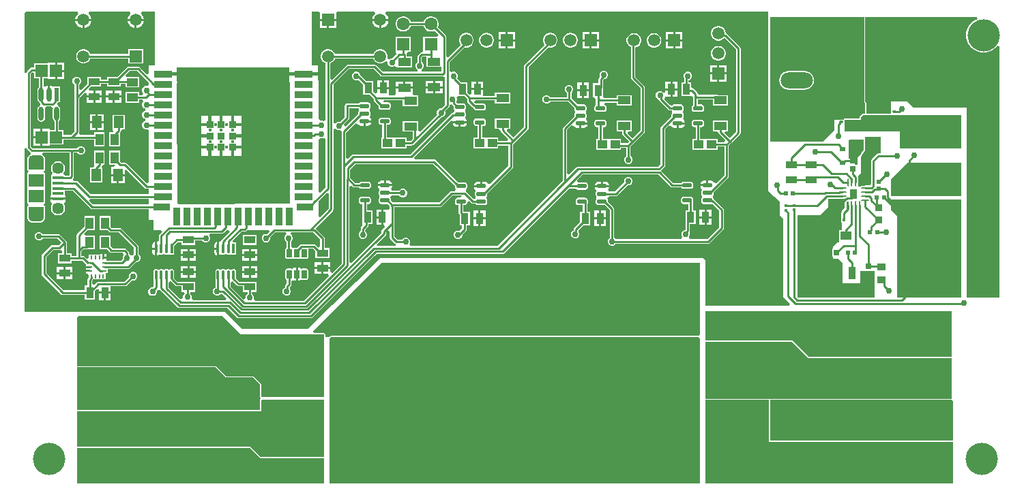
<source format=gtl>
G04*
G04 #@! TF.GenerationSoftware,Altium Limited,Altium Designer,25.8.1 (18)*
G04*
G04 Layer_Physical_Order=1*
G04 Layer_Color=255*
%FSLAX25Y25*%
%MOIN*%
G70*
G04*
G04 #@! TF.SameCoordinates,5F6CD9CC-33C6-4A7B-A0D4-F81A13939800*
G04*
G04*
G04 #@! TF.FilePolarity,Positive*
G04*
G01*
G75*
%ADD15C,0.01000*%
%ADD17C,0.01968*%
%ADD18R,0.06299X0.03937*%
%ADD19R,0.01575X0.01496*%
%ADD20R,0.02816X0.02648*%
%ADD21R,0.03765X0.06127*%
%ADD22R,0.01496X0.01575*%
%ADD23R,0.05241X0.03985*%
G04:AMPARAMS|DCode=24|XSize=37.68mil|YSize=9.42mil|CornerRadius=4.71mil|HoleSize=0mil|Usage=FLASHONLY|Rotation=90.000|XOffset=0mil|YOffset=0mil|HoleType=Round|Shape=RoundedRectangle|*
%AMROUNDEDRECTD24*
21,1,0.03768,0.00000,0,0,90.0*
21,1,0.02826,0.00942,0,0,90.0*
1,1,0.00942,0.00000,0.01413*
1,1,0.00942,0.00000,-0.01413*
1,1,0.00942,0.00000,-0.01413*
1,1,0.00942,0.00000,0.01413*
%
%ADD24ROUNDEDRECTD24*%
G04:AMPARAMS|DCode=25|XSize=9.42mil|YSize=37.68mil|CornerRadius=4.71mil|HoleSize=0mil|Usage=FLASHONLY|Rotation=90.000|XOffset=0mil|YOffset=0mil|HoleType=Round|Shape=RoundedRectangle|*
%AMROUNDEDRECTD25*
21,1,0.00942,0.02826,0,0,90.0*
21,1,0.00000,0.03768,0,0,90.0*
1,1,0.00942,0.01413,0.00000*
1,1,0.00942,0.01413,0.00000*
1,1,0.00942,-0.01413,0.00000*
1,1,0.00942,-0.01413,0.00000*
%
%ADD25ROUNDEDRECTD25*%
%ADD26R,0.02648X0.02631*%
%ADD27R,0.06506X0.11040*%
%ADD28R,0.05138X0.04355*%
%ADD29R,0.02362X0.02126*%
G04:AMPARAMS|DCode=30|XSize=17.72mil|YSize=11.81mil|CornerRadius=1.95mil|HoleSize=0mil|Usage=FLASHONLY|Rotation=180.000|XOffset=0mil|YOffset=0mil|HoleType=Round|Shape=RoundedRectangle|*
%AMROUNDEDRECTD30*
21,1,0.01772,0.00791,0,0,180.0*
21,1,0.01382,0.01181,0,0,180.0*
1,1,0.00390,-0.00691,0.00396*
1,1,0.00390,0.00691,0.00396*
1,1,0.00390,0.00691,-0.00396*
1,1,0.00390,-0.00691,-0.00396*
%
%ADD30ROUNDEDRECTD30*%
%ADD31R,0.03740X0.05512*%
G04:AMPARAMS|DCode=32|XSize=47.64mil|YSize=23.23mil|CornerRadius=5.81mil|HoleSize=0mil|Usage=FLASHONLY|Rotation=180.000|XOffset=0mil|YOffset=0mil|HoleType=Round|Shape=RoundedRectangle|*
%AMROUNDEDRECTD32*
21,1,0.04764,0.01161,0,0,180.0*
21,1,0.03602,0.02323,0,0,180.0*
1,1,0.01161,-0.01801,0.00581*
1,1,0.01161,0.01801,0.00581*
1,1,0.01161,0.01801,-0.00581*
1,1,0.01161,-0.01801,-0.00581*
%
%ADD32ROUNDEDRECTD32*%
G04:AMPARAMS|DCode=33|XSize=88.58mil|YSize=83.86mil|CornerRadius=6.29mil|HoleSize=0mil|Usage=FLASHONLY|Rotation=90.000|XOffset=0mil|YOffset=0mil|HoleType=Round|Shape=RoundedRectangle|*
%AMROUNDEDRECTD33*
21,1,0.08858,0.07128,0,0,90.0*
21,1,0.07600,0.08386,0,0,90.0*
1,1,0.01258,0.03564,0.03800*
1,1,0.01258,0.03564,-0.03800*
1,1,0.01258,-0.03564,-0.03800*
1,1,0.01258,-0.03564,0.03800*
%
%ADD33ROUNDEDRECTD33*%
%ADD34R,0.05512X0.03740*%
G04:AMPARAMS|DCode=35|XSize=43.31mil|YSize=23.62mil|CornerRadius=2.01mil|HoleSize=0mil|Usage=FLASHONLY|Rotation=90.000|XOffset=0mil|YOffset=0mil|HoleType=Round|Shape=RoundedRectangle|*
%AMROUNDEDRECTD35*
21,1,0.04331,0.01961,0,0,90.0*
21,1,0.03929,0.02362,0,0,90.0*
1,1,0.00402,0.00980,0.01965*
1,1,0.00402,0.00980,-0.01965*
1,1,0.00402,-0.00980,-0.01965*
1,1,0.00402,-0.00980,0.01965*
%
%ADD35ROUNDEDRECTD35*%
G04:AMPARAMS|DCode=36|XSize=49.38mil|YSize=13.22mil|CornerRadius=6.61mil|HoleSize=0mil|Usage=FLASHONLY|Rotation=270.000|XOffset=0mil|YOffset=0mil|HoleType=Round|Shape=RoundedRectangle|*
%AMROUNDEDRECTD36*
21,1,0.04938,0.00000,0,0,270.0*
21,1,0.03615,0.01322,0,0,270.0*
1,1,0.01322,0.00000,-0.01808*
1,1,0.01322,0.00000,0.01808*
1,1,0.01322,0.00000,0.01808*
1,1,0.01322,0.00000,-0.01808*
%
%ADD36ROUNDEDRECTD36*%
%ADD37R,0.04724X0.05906*%
%ADD38R,0.05906X0.06102*%
G04:AMPARAMS|DCode=39|XSize=67.21mil|YSize=24.25mil|CornerRadius=12.12mil|HoleSize=0mil|Usage=FLASHONLY|Rotation=270.000|XOffset=0mil|YOffset=0mil|HoleType=Round|Shape=RoundedRectangle|*
%AMROUNDEDRECTD39*
21,1,0.06721,0.00000,0,0,270.0*
21,1,0.04296,0.02425,0,0,270.0*
1,1,0.02425,0.00000,-0.02148*
1,1,0.02425,0.00000,0.02148*
1,1,0.02425,0.00000,0.02148*
1,1,0.02425,0.00000,-0.02148*
%
%ADD39ROUNDEDRECTD39*%
%ADD40R,0.01000X0.01900*%
%ADD41R,0.01900X0.01000*%
%ADD42R,0.05315X0.01575*%
%ADD43R,0.08900X0.03543*%
%ADD44R,0.03543X0.03543*%
%ADD45R,0.12992X0.04134*%
%ADD46R,0.02165X0.02165*%
%ADD47R,0.01843X0.01860*%
%ADD48C,0.00848*%
%ADD49R,0.02237X0.02254*%
%ADD50R,0.03661X0.03504*%
%ADD51R,0.03937X0.03543*%
%ADD52R,0.03150X0.02362*%
%ADD53R,0.02559X0.02559*%
%ADD54R,0.21654X0.05630*%
%ADD55R,0.04748X0.04166*%
%ADD56R,0.03543X0.08900*%
%ADD57R,0.08000X0.03543*%
%ADD58R,0.03963X0.05544*%
%ADD59R,0.05544X0.03963*%
%ADD60R,0.01322X0.04938*%
%ADD61R,0.02425X0.06721*%
%ADD62R,0.07480X0.05906*%
%ADD66R,0.03543X0.05118*%
G04:AMPARAMS|DCode=68|XSize=29.53mil|YSize=11.81mil|CornerRadius=1.95mil|HoleSize=0mil|Usage=FLASHONLY|Rotation=180.000|XOffset=0mil|YOffset=0mil|HoleType=Round|Shape=RoundedRectangle|*
%AMROUNDEDRECTD68*
21,1,0.02953,0.00791,0,0,180.0*
21,1,0.02563,0.01181,0,0,180.0*
1,1,0.00390,-0.01282,0.00396*
1,1,0.00390,0.01282,0.00396*
1,1,0.00390,0.01282,-0.00396*
1,1,0.00390,-0.01282,-0.00396*
%
%ADD68ROUNDEDRECTD68*%
G04:AMPARAMS|DCode=82|XSize=39.37mil|YSize=37.4mil|CornerRadius=2.06mil|HoleSize=0mil|Usage=FLASHONLY|Rotation=0.000|XOffset=0mil|YOffset=0mil|HoleType=Round|Shape=RoundedRectangle|*
%AMROUNDEDRECTD82*
21,1,0.03937,0.03329,0,0,0.0*
21,1,0.03526,0.03740,0,0,0.0*
1,1,0.00411,0.01763,-0.01664*
1,1,0.00411,-0.01763,-0.01664*
1,1,0.00411,-0.01763,0.01664*
1,1,0.00411,0.01763,0.01664*
%
%ADD82ROUNDEDRECTD82*%
%ADD96C,0.09646*%
%ADD97R,0.09646X0.09646*%
%ADD105R,0.26378X0.26378*%
%ADD106C,0.26378*%
%ADD107O,0.07874X0.15748*%
%ADD108O,0.15748X0.07874*%
%ADD109R,0.05937X0.05937*%
%ADD110C,0.08268*%
%ADD111R,0.05937X0.05937*%
%ADD112C,0.05898*%
%ADD113R,0.05898X0.05898*%
%ADD114R,0.06319X0.06319*%
%ADD115O,0.17717X0.07874*%
%ADD116C,0.06319*%
%ADD117C,0.05937*%
%ADD118C,0.01575*%
%ADD119C,0.01772*%
%ADD120C,0.05709*%
%ADD121C,0.03000*%
%ADD122C,0.15748*%
G36*
X64205Y205654D02*
X61255D01*
Y201711D01*
X60331Y201329D01*
X56991Y204669D01*
X56631Y204910D01*
X56205Y204994D01*
X56205Y204994D01*
X51449D01*
X51024Y204910D01*
X50663Y204669D01*
X50663Y204669D01*
X45979Y199985D01*
X40859D01*
Y198636D01*
X38052D01*
Y199985D01*
X31359D01*
Y196636D01*
X28241Y193518D01*
X27317Y193901D01*
Y196080D01*
X27389Y196110D01*
X27977Y196698D01*
X28296Y197467D01*
Y198298D01*
X27977Y199067D01*
X27389Y199655D01*
X26621Y199973D01*
X25789D01*
X25021Y199655D01*
X24433Y199067D01*
X24115Y198298D01*
Y197467D01*
X24433Y196698D01*
X25021Y196110D01*
X25093Y196080D01*
Y189910D01*
X25093Y189910D01*
X25093Y189910D01*
Y173301D01*
X23287Y171494D01*
X19622D01*
Y174024D01*
X17431D01*
Y178356D01*
X17619Y178481D01*
X18018Y179078D01*
X18157Y179781D01*
Y184077D01*
X18018Y184781D01*
X17619Y185377D01*
X17023Y185776D01*
X17009Y185778D01*
X16611Y186758D01*
X17052Y187431D01*
X18122D01*
Y195333D01*
X14516D01*
X14516Y195333D01*
Y195333D01*
X14516Y195333D01*
X13592Y195515D01*
X13442Y195615D01*
X13079Y195687D01*
Y191382D01*
X12079D01*
Y195687D01*
X11716Y195615D01*
X10984Y195125D01*
X10856Y195105D01*
X9951Y195379D01*
Y199241D01*
X12170D01*
Y198831D01*
X15622D01*
Y202882D01*
Y206934D01*
X12170D01*
Y206524D01*
X5492D01*
Y204494D01*
X4205D01*
X4205Y204494D01*
X3780Y204410D01*
X3419Y204169D01*
X1919Y202669D01*
X1678Y202308D01*
X1593Y201882D01*
X1593Y201882D01*
X611Y201925D01*
X588Y231047D01*
X1332Y231792D01*
X26529D01*
X26806Y231251D01*
X26877Y230792D01*
X26250Y230165D01*
X25730Y229265D01*
X25461Y228260D01*
Y228241D01*
X29410D01*
X33359D01*
Y228260D01*
X33090Y229265D01*
X32570Y230165D01*
X31943Y230792D01*
X32014Y231251D01*
X32291Y231792D01*
X52120D01*
X52397Y231251D01*
X52467Y230792D01*
X51841Y230165D01*
X51321Y229265D01*
X51052Y228260D01*
Y228241D01*
X55000D01*
X58949D01*
Y228260D01*
X58680Y229265D01*
X58160Y230165D01*
X57534Y230792D01*
X57604Y231251D01*
X57881Y231792D01*
X64205D01*
Y205654D01*
D02*
G37*
G36*
X364000Y144000D02*
X369638Y139000D01*
Y132362D01*
X371500Y130500D01*
Y92000D01*
X374576Y88924D01*
X374193Y88000D01*
X333500D01*
Y110000D01*
X332229Y111270D01*
X174593D01*
X139000Y76500D01*
X107000D01*
X98500Y85000D01*
X704D01*
X640Y165047D01*
X1640Y165146D01*
X1678Y164957D01*
X1919Y164596D01*
X3419Y163096D01*
X3604Y162973D01*
X3650Y162278D01*
X3563Y161888D01*
X3328Y161791D01*
X2793Y161381D01*
X2383Y160846D01*
X2125Y160224D01*
X2050Y159650D01*
X2011Y159556D01*
Y154437D01*
X2198Y153986D01*
X2650Y153798D01*
X2495Y152863D01*
X2059D01*
Y145989D01*
X2059Y145776D01*
Y144989D01*
X2059Y144776D01*
Y137902D01*
X2495D01*
X2650Y136967D01*
X2198Y136779D01*
X2011Y136327D01*
Y131209D01*
X2050Y131115D01*
X2125Y130541D01*
X2383Y129919D01*
X2793Y129384D01*
X3328Y128974D01*
X3951Y128716D01*
X4524Y128640D01*
X4619Y128601D01*
X8162Y128602D01*
X8256Y128640D01*
X8830Y128716D01*
X9452Y128974D01*
X9987Y129384D01*
X10397Y129919D01*
X10655Y130541D01*
X10731Y131115D01*
X10769Y131209D01*
Y136327D01*
X10582Y136779D01*
X10130Y136967D01*
X10286Y137902D01*
X10721D01*
Y144776D01*
X10721Y144989D01*
Y145776D01*
X10721Y145989D01*
Y152863D01*
X10286D01*
X10130Y153798D01*
X10582Y153986D01*
X10769Y154437D01*
Y159556D01*
X10730Y159650D01*
X10655Y160224D01*
X10397Y160846D01*
X9987Y161381D01*
X9479Y161770D01*
X9469Y161857D01*
X9701Y162770D01*
X22593D01*
Y151612D01*
X20268D01*
Y151878D01*
X19960D01*
X19545Y152878D01*
X19777Y153110D01*
X20230Y153895D01*
X20465Y154771D01*
Y155678D01*
X20230Y156555D01*
X19777Y157340D01*
X19135Y157982D01*
X18350Y158435D01*
X17474Y158670D01*
X16567D01*
X15690Y158435D01*
X14905Y157982D01*
X14264Y157340D01*
X13810Y156555D01*
X13575Y155678D01*
Y154771D01*
X13810Y153895D01*
X14264Y153110D01*
X14495Y152878D01*
X14081Y151878D01*
X13772D01*
Y149123D01*
Y146563D01*
Y142052D01*
X13363D01*
Y140764D01*
X17020D01*
X20677D01*
Y142052D01*
X20268D01*
Y144271D01*
X24245D01*
X32919Y135596D01*
X32919Y135596D01*
X33280Y135355D01*
X33705Y135271D01*
X33705Y135271D01*
X61255D01*
Y129932D01*
X61205Y129882D01*
X63705D01*
Y125035D01*
X67478D01*
X67861Y124111D01*
X66639Y122889D01*
X66398Y122528D01*
X66314Y122103D01*
X66314Y122103D01*
Y119861D01*
X66008Y119605D01*
X65367Y119260D01*
Y115820D01*
Y112418D01*
X65515Y112447D01*
X66064Y112814D01*
X66937Y112833D01*
X67426Y112736D01*
X67914Y112833D01*
X68328Y113110D01*
X69082D01*
X69496Y112833D01*
X69985Y112736D01*
X70292Y112797D01*
X71292Y112760D01*
X73795Y112760D01*
Y117306D01*
X75482Y118993D01*
X77327D01*
Y117645D01*
X84020D01*
Y119852D01*
X87371D01*
X87401Y119780D01*
X87989Y119191D01*
X88758Y118873D01*
X89589D01*
X90358Y119191D01*
X90946Y119780D01*
X91264Y120548D01*
Y121379D01*
X90946Y122148D01*
X91362Y123146D01*
X97080D01*
X97080Y123146D01*
X97506Y123230D01*
X97867Y123471D01*
X99430Y125035D01*
X100478D01*
X100861Y124111D01*
X96919Y120169D01*
X96678Y119808D01*
X96677Y119803D01*
X95925Y119280D01*
X95646Y119238D01*
Y115817D01*
Y112416D01*
X95794Y112445D01*
X96344Y112812D01*
X97217Y112831D01*
X97705Y112733D01*
X98194Y112831D01*
X98607Y113107D01*
X99362D01*
X99776Y112831D01*
X100264Y112733D01*
X100572Y112795D01*
X101572Y112758D01*
X104075Y112758D01*
Y118877D01*
X102686D01*
X102272Y119877D01*
X106666Y124270D01*
X108205D01*
X108205Y124270D01*
X108631Y124355D01*
X108991Y124596D01*
X109430Y125035D01*
X119866D01*
X120248Y124111D01*
X119162Y123024D01*
X119089Y123054D01*
X118258D01*
X117489Y122736D01*
X116901Y122148D01*
X116583Y121379D01*
Y120548D01*
X116901Y119780D01*
X117489Y119191D01*
X118258Y118873D01*
X119089D01*
X119858Y119191D01*
X120446Y119780D01*
X120764Y120548D01*
Y121379D01*
X120734Y121452D01*
X123053Y123770D01*
X128374D01*
X128573Y122771D01*
X128489Y122736D01*
X127901Y122148D01*
X127583Y121379D01*
Y120548D01*
X127901Y119780D01*
X128489Y119191D01*
X128692Y119108D01*
Y116301D01*
X128644Y116292D01*
X128383Y116117D01*
X128208Y115855D01*
X128146Y115546D01*
Y111617D01*
X128208Y111309D01*
X128383Y111047D01*
X128644Y110872D01*
X128953Y110810D01*
X130914D01*
X131144Y110856D01*
X131228Y110872D01*
X131804Y110950D01*
X132379Y110872D01*
X132463Y110856D01*
X132693Y110810D01*
X134654D01*
X134963Y110872D01*
X135253Y111047D01*
X135834D01*
X136125Y110872D01*
X136433Y110810D01*
X138394D01*
X138703Y110872D01*
X138965Y111047D01*
X139139Y111309D01*
X139201Y111617D01*
Y115546D01*
X139348Y115726D01*
X141595D01*
X142827Y114494D01*
Y111145D01*
X149520D01*
Y111270D01*
Y116066D01*
X147317D01*
Y120882D01*
X147232Y121308D01*
X146991Y121669D01*
X146991Y121669D01*
X142991Y125669D01*
X142953Y126058D01*
X151227Y134332D01*
X151469Y134693D01*
X151553Y135118D01*
X151553Y135119D01*
Y174271D01*
X151986Y174481D01*
X152553Y174578D01*
X153021Y174110D01*
X153789Y173792D01*
X154621D01*
X154720Y173833D01*
X155593Y173178D01*
X155593Y173178D01*
Y156382D01*
X155593Y156382D01*
X155593Y156382D01*
Y111270D01*
Y108666D01*
X150929Y104002D01*
X149929Y104416D01*
Y105822D01*
X146674D01*
Y103452D01*
X148965D01*
X149379Y102452D01*
X137284Y90356D01*
X113418D01*
X112750Y91356D01*
X112796Y91466D01*
Y92298D01*
X112477Y93067D01*
X111889Y93655D01*
X111817Y93685D01*
Y94720D01*
X114052D01*
Y99641D01*
X109442D01*
X109335Y99662D01*
X109335Y99662D01*
X105748D01*
X104099Y101311D01*
Y104630D01*
X104002Y105118D01*
X103726Y105532D01*
X103312Y105809D01*
X102823Y105906D01*
X102335Y105809D01*
X101921Y105532D01*
X101166D01*
X100752Y105809D01*
X100264Y105906D01*
X99776Y105809D01*
X99362Y105532D01*
X98607D01*
X98194Y105809D01*
X97705Y105906D01*
X97217Y105809D01*
X96803Y105532D01*
X96048D01*
X95634Y105809D01*
X95146Y105906D01*
X94658Y105809D01*
X94244Y105532D01*
X93967Y105118D01*
X93870Y104630D01*
Y101014D01*
X93967Y100526D01*
X93972Y100518D01*
Y96842D01*
X93521Y96655D01*
X92933Y96067D01*
X92615Y95298D01*
Y94467D01*
X92933Y93698D01*
X93521Y93110D01*
X94289Y92792D01*
X95121D01*
X95889Y93110D01*
X96477Y93698D01*
X97431Y93584D01*
X99506Y91509D01*
X99124Y90585D01*
X82938D01*
X82270Y91585D01*
X82296Y91648D01*
Y92479D01*
X81977Y93248D01*
X81506Y93720D01*
X81595Y94266D01*
X81812Y94720D01*
X84052D01*
Y99641D01*
X79443D01*
X79335Y99662D01*
X79335Y99662D01*
X75471D01*
X73820Y101313D01*
Y104632D01*
X73723Y105120D01*
X73446Y105534D01*
X73032Y105811D01*
X72544Y105908D01*
X72055Y105811D01*
X71641Y105534D01*
X70887D01*
X70473Y105811D01*
X69985Y105908D01*
X69496Y105811D01*
X69082Y105534D01*
X68328D01*
X67914Y105811D01*
X67426Y105908D01*
X66937Y105811D01*
X66523Y105534D01*
X65769D01*
X65355Y105811D01*
X64867Y105908D01*
X64378Y105811D01*
X63964Y105534D01*
X63687Y105120D01*
X63590Y104632D01*
Y101016D01*
X63687Y100528D01*
X63755Y100428D01*
Y97485D01*
X63182Y96912D01*
X62789D01*
X62021Y96594D01*
X61433Y96006D01*
X61115Y95238D01*
Y94406D01*
X61433Y93638D01*
X62021Y93050D01*
X62789Y92731D01*
X63621D01*
X64389Y93050D01*
X64977Y93638D01*
X65296Y94406D01*
Y95202D01*
X65336Y95280D01*
X65718Y95686D01*
X66882Y95633D01*
X75419Y87096D01*
X75780Y86855D01*
X76205Y86770D01*
X76205Y86770D01*
X99746D01*
X104420Y82096D01*
X104420Y82096D01*
X104781Y81855D01*
X105206Y81770D01*
X105206Y81770D01*
X140704D01*
X140704Y81770D01*
X141129Y81855D01*
X141490Y82096D01*
X171588Y112194D01*
X172692Y113297D01*
X234232D01*
X234232Y113297D01*
X234658Y113382D01*
X235018Y113623D01*
X266725Y145329D01*
X270059D01*
X270268Y145016D01*
X270656Y144757D01*
X271113Y144667D01*
X274715D01*
X275172Y144757D01*
X275559Y145016D01*
X275818Y145404D01*
X275909Y145861D01*
Y147022D01*
X275818Y147479D01*
X275559Y147867D01*
X275172Y148126D01*
X274715Y148216D01*
X271113D01*
X271004Y148195D01*
X270512Y149116D01*
X273494Y152099D01*
X310416D01*
X316360Y146155D01*
X316360Y146155D01*
X316721Y145914D01*
X317146Y145829D01*
X321559D01*
X321768Y145516D01*
X322156Y145257D01*
X322613Y145167D01*
X326215D01*
X326672Y145257D01*
X327059Y145516D01*
X327318Y145904D01*
X327409Y146361D01*
Y147522D01*
X327318Y147979D01*
X327059Y148367D01*
X326672Y148626D01*
X326215Y148716D01*
X322613D01*
X322156Y148626D01*
X321768Y148367D01*
X321559Y148053D01*
X317607D01*
X311663Y153997D01*
X311639Y154244D01*
X313312Y155917D01*
X313312Y155917D01*
X313553Y156278D01*
X313638Y156703D01*
X313638Y156703D01*
Y174404D01*
X315409Y176175D01*
X316416Y175957D01*
X316522Y175873D01*
X316823Y175422D01*
X317346Y175073D01*
X317963Y174950D01*
X319264D01*
Y177142D01*
X319764D01*
Y177642D01*
X323177D01*
Y177723D01*
X323054Y178340D01*
X322895Y178579D01*
X322410Y179457D01*
X322669Y179845D01*
X322760Y180302D01*
Y181463D01*
X322669Y181920D01*
X322548Y182101D01*
X322410Y182321D01*
Y183184D01*
X322548Y183404D01*
X322669Y183585D01*
X322760Y184042D01*
Y185203D01*
X322669Y185660D01*
X322410Y186048D01*
X322022Y186307D01*
X321565Y186398D01*
X317963D01*
X317506Y186307D01*
X317119Y186048D01*
X316050Y186150D01*
X313369Y188830D01*
X313597Y190017D01*
X313835Y190127D01*
X314155Y190127D01*
X316205D01*
Y193382D01*
X313835D01*
Y192516D01*
X313508Y192344D01*
X312835Y192209D01*
X312389Y192655D01*
X311621Y192973D01*
X310789D01*
X310021Y192655D01*
X309433Y192067D01*
X309115Y191298D01*
Y190466D01*
X309433Y189698D01*
X310021Y189110D01*
X310501Y188911D01*
X310560Y188614D01*
X310802Y188253D01*
X315218Y183836D01*
X315579Y183595D01*
X316004Y183511D01*
X316909D01*
X316981Y183404D01*
X317119Y183184D01*
Y182321D01*
X316981Y182101D01*
X316860Y181920D01*
X316769Y181463D01*
Y180680D01*
X311739Y175651D01*
X311498Y175290D01*
X311414Y174864D01*
X311414Y174864D01*
Y157164D01*
X310244Y155994D01*
X271086D01*
X270660Y155910D01*
X270300Y155669D01*
X270300Y155669D01*
X266741Y152110D01*
X265817Y152492D01*
Y174083D01*
X267909Y176175D01*
X268916Y175957D01*
X269022Y175873D01*
X269323Y175422D01*
X269846Y175073D01*
X270463Y174950D01*
X271764D01*
Y177142D01*
X272264D01*
Y177642D01*
X275677D01*
Y177723D01*
X275554Y178340D01*
X275395Y178579D01*
X274910Y179457D01*
X275169Y179845D01*
X275260Y180302D01*
Y181463D01*
X275169Y181920D01*
X275048Y182101D01*
X274910Y182321D01*
Y183184D01*
X275048Y183404D01*
X275169Y183585D01*
X275260Y184042D01*
Y185203D01*
X275169Y185660D01*
X274910Y186048D01*
X274522Y186307D01*
X274065Y186398D01*
X270841D01*
X267896Y189343D01*
Y192117D01*
X268477Y192698D01*
X268796Y193466D01*
Y194298D01*
X268477Y195067D01*
X267889Y195655D01*
X267121Y195973D01*
X266289D01*
X265521Y195655D01*
X264933Y195067D01*
X264615Y194298D01*
Y193466D01*
X264933Y192698D01*
X265521Y192110D01*
X265672Y192048D01*
Y189994D01*
X257507D01*
X257477Y190067D01*
X256889Y190655D01*
X256121Y190973D01*
X255289D01*
X254521Y190655D01*
X253933Y190067D01*
X253615Y189298D01*
Y188467D01*
X253933Y187698D01*
X254521Y187110D01*
X255289Y186792D01*
X256121D01*
X256889Y187110D01*
X257477Y187698D01*
X257507Y187770D01*
X266323D01*
X269269Y184825D01*
Y184042D01*
X269360Y183585D01*
X269481Y183404D01*
X269619Y183184D01*
Y182321D01*
X269481Y182101D01*
X269360Y181920D01*
X269269Y181463D01*
Y180680D01*
X263919Y175330D01*
X263678Y174969D01*
X263593Y174544D01*
X263593Y174544D01*
Y148962D01*
X231743Y117112D01*
X189305D01*
X189048Y117485D01*
X188795Y118112D01*
X189046Y118717D01*
Y119548D01*
X188727Y120317D01*
X188139Y120905D01*
X187371Y121223D01*
X186539D01*
X185771Y120905D01*
X185183Y120317D01*
X185153Y120244D01*
X182916D01*
X181317Y121843D01*
Y128382D01*
X181317Y128382D01*
X181317Y128382D01*
Y136204D01*
X203638D01*
X203638Y136204D01*
X204064Y136288D01*
X204424Y136529D01*
X209666Y141771D01*
X214211D01*
X214234Y141736D01*
X213699Y140736D01*
X212113D01*
X211656Y140645D01*
X211268Y140386D01*
X211009Y139999D01*
X210918Y139542D01*
Y138380D01*
X211009Y137923D01*
X211268Y137536D01*
X211656Y137277D01*
X212113Y137186D01*
X212802D01*
Y133386D01*
X212802Y133386D01*
X212887Y132961D01*
X213127Y132600D01*
X213252Y132475D01*
Y127355D01*
X214503D01*
Y125843D01*
X213233Y124573D01*
X212871Y124723D01*
X212039D01*
X211271Y124405D01*
X210683Y123817D01*
X210365Y123048D01*
Y122216D01*
X210683Y121448D01*
X211271Y120860D01*
X212039Y120542D01*
X212871D01*
X213639Y120860D01*
X214227Y121448D01*
X214546Y122216D01*
Y122741D01*
X216401Y124596D01*
X216401Y124596D01*
X216642Y124957D01*
X216726Y125382D01*
X216726Y125382D01*
Y127355D01*
X218174D01*
Y134048D01*
X215026D01*
Y137186D01*
X215715D01*
X216172Y137277D01*
X216559Y137536D01*
X216818Y137923D01*
X216909Y138380D01*
Y138700D01*
X217909Y139114D01*
X218848Y138175D01*
X218848Y138175D01*
X219209Y137934D01*
X219635Y137849D01*
X219635Y137849D01*
X220941D01*
X221150Y137536D01*
X221537Y137277D01*
X221994Y137186D01*
X225597D01*
X226054Y137277D01*
X226441Y137536D01*
X226700Y137923D01*
X226791Y138380D01*
Y139542D01*
X226700Y139999D01*
X226579Y140180D01*
X226441Y140400D01*
Y141263D01*
X226579Y141483D01*
X226700Y141664D01*
X226791Y142121D01*
Y142904D01*
X239066Y155179D01*
X239066Y155179D01*
X239307Y155540D01*
X239392Y155965D01*
X239392Y155965D01*
Y166997D01*
X240241Y167846D01*
X240241Y167846D01*
X246616Y174221D01*
X246857Y174582D01*
X246942Y175007D01*
Y204732D01*
X256643Y214433D01*
X257051Y214323D01*
X257989D01*
X258894Y214566D01*
X259705Y215034D01*
X260368Y215697D01*
X260837Y216509D01*
X261079Y217414D01*
Y218351D01*
X260837Y219256D01*
X260368Y220068D01*
X259705Y220730D01*
X258894Y221199D01*
X257989Y221441D01*
X257051D01*
X256146Y221199D01*
X255335Y220730D01*
X254672Y220068D01*
X254204Y219256D01*
X253961Y218351D01*
Y217414D01*
X254204Y216509D01*
X254672Y215697D01*
X254717Y215652D01*
X245044Y205979D01*
X244803Y205618D01*
X244718Y205192D01*
X244718Y205192D01*
Y175468D01*
X239455Y170205D01*
X236262Y173398D01*
X236676Y174398D01*
X237945D01*
Y179516D01*
X230465D01*
Y174398D01*
X232327D01*
X233093Y173882D01*
X233178Y173457D01*
X233419Y173096D01*
X236946Y169569D01*
X236532Y168569D01*
X232170D01*
Y170131D01*
X226862D01*
X226240Y170131D01*
X225258Y170131D01*
X224258Y170173D01*
Y175942D01*
X224947D01*
X225404Y176033D01*
X225792Y176292D01*
X226050Y176679D01*
X226141Y177136D01*
Y178298D01*
X226050Y178755D01*
X225792Y179142D01*
X225404Y179401D01*
X224947Y179492D01*
X221345D01*
X220888Y179401D01*
X220500Y179142D01*
X220242Y178755D01*
X220151Y178298D01*
Y177136D01*
X220242Y176679D01*
X220500Y176292D01*
X220888Y176033D01*
X221345Y175942D01*
X222034D01*
Y170131D01*
X219933D01*
Y164784D01*
X225240D01*
X225862Y164784D01*
X226862Y164784D01*
X232170D01*
Y166345D01*
X237168D01*
Y156426D01*
X228151Y147409D01*
X227143Y147626D01*
X227038Y147710D01*
X226736Y148162D01*
X226214Y148511D01*
X225597Y148634D01*
X224296D01*
Y146441D01*
X223796D01*
Y145941D01*
X220383D01*
Y145861D01*
X220505Y145244D01*
X220665Y145005D01*
X221150Y144126D01*
X220891Y143739D01*
X220800Y143282D01*
Y142121D01*
X220891Y141664D01*
X221012Y141483D01*
X221150Y141263D01*
Y140400D01*
X221035Y140216D01*
X220015Y140153D01*
X219000Y141169D01*
X218975Y141185D01*
X216491Y143669D01*
X216338Y143771D01*
X216258Y144246D01*
X216264Y144500D01*
X216348Y144875D01*
X216559Y145016D01*
X216818Y145404D01*
X216909Y145861D01*
Y147022D01*
X216818Y147479D01*
X216559Y147867D01*
X216172Y148126D01*
X215715Y148216D01*
X212491D01*
X201539Y159169D01*
X201178Y159410D01*
X200752Y159494D01*
X200752Y159494D01*
X191304D01*
X190890Y160494D01*
X208873Y178478D01*
X209224Y178413D01*
X209556Y178217D01*
X216677D01*
Y178298D01*
X216554Y178914D01*
X216395Y179153D01*
X215910Y180032D01*
X216169Y180420D01*
X216260Y180877D01*
Y182038D01*
X216169Y182495D01*
X216012Y182729D01*
X215910Y182893D01*
Y183762D01*
X216012Y183925D01*
X216169Y184160D01*
X216260Y184617D01*
Y185778D01*
X216169Y186235D01*
X215910Y186623D01*
X215522Y186881D01*
X215065Y186972D01*
X212121D01*
X211607Y187774D01*
X211572Y187843D01*
X211886Y188602D01*
Y189434D01*
X211753Y189756D01*
X212466Y190611D01*
X215452D01*
X216967Y189095D01*
Y188150D01*
X216967Y188150D01*
X217052Y187725D01*
X217293Y187364D01*
X219640Y185016D01*
X219640Y185016D01*
X220001Y184775D01*
X220151Y184746D01*
Y184617D01*
X220242Y184160D01*
X220500Y183772D01*
X220888Y183513D01*
X221345Y183422D01*
X224947D01*
X225404Y183513D01*
X225792Y183772D01*
X226050Y184160D01*
X226141Y184617D01*
Y185778D01*
X226050Y186235D01*
X225792Y186623D01*
X225404Y186881D01*
X224947Y186972D01*
X221345D01*
X221054Y186914D01*
X220983D01*
X220501Y187512D01*
X220908Y188444D01*
X230465D01*
Y186997D01*
X237945D01*
Y192115D01*
X230465D01*
Y190667D01*
X224717D01*
Y193457D01*
X218977D01*
Y191645D01*
X217977Y191230D01*
X217024Y192183D01*
Y197304D01*
X213675D01*
X211879Y199100D01*
X211977Y199198D01*
X212296Y199967D01*
Y200798D01*
X211977Y201567D01*
X211389Y202155D01*
X210621Y202473D01*
X209789D01*
X209317Y202277D01*
X208518Y202661D01*
X208317Y202863D01*
Y207107D01*
X215643Y214433D01*
X216052Y214323D01*
X216989D01*
X217894Y214566D01*
X218705Y215034D01*
X219368Y215697D01*
X219837Y216509D01*
X220079Y217414D01*
Y218351D01*
X219837Y219256D01*
X219368Y220068D01*
X218705Y220730D01*
X217894Y221199D01*
X216989Y221441D01*
X216052D01*
X215146Y221199D01*
X214335Y220730D01*
X213672Y220068D01*
X213204Y219256D01*
X212961Y218351D01*
Y217414D01*
X213204Y216509D01*
X213672Y215697D01*
X213717Y215652D01*
X207650Y209585D01*
X206727Y209968D01*
Y219473D01*
X206642Y219899D01*
X206401Y220259D01*
X202526Y224134D01*
X202699Y224435D01*
X202955Y225389D01*
Y226376D01*
X202699Y227330D01*
X202206Y228185D01*
X201508Y228883D01*
X200653Y229377D01*
X199699Y229632D01*
X198711D01*
X197758Y229377D01*
X196903Y228883D01*
X196204Y228185D01*
X195711Y227330D01*
X195621Y226994D01*
X189289D01*
X189199Y227330D01*
X188706Y228185D01*
X188008Y228883D01*
X187153Y229377D01*
X186199Y229632D01*
X185211D01*
X184258Y229377D01*
X183403Y228883D01*
X182704Y228185D01*
X182211Y227330D01*
X181955Y226376D01*
Y225389D01*
X182211Y224435D01*
X182704Y223580D01*
X183403Y222882D01*
X184258Y222388D01*
X185211Y222132D01*
X186199D01*
X187153Y222388D01*
X188008Y222882D01*
X188706Y223580D01*
X189199Y224435D01*
X189289Y224770D01*
X195621D01*
X195711Y224435D01*
X196204Y223580D01*
X196903Y222882D01*
X197758Y222388D01*
X198711Y222132D01*
X199699D01*
X200653Y222388D01*
X200953Y222562D01*
X202883Y220632D01*
X202468Y219632D01*
X195455D01*
Y212583D01*
X194674Y211994D01*
X194248Y211910D01*
X193887Y211669D01*
X193887Y211669D01*
X192919Y210700D01*
X192678Y210339D01*
X192593Y209914D01*
X192593Y209914D01*
Y207185D01*
X192521Y207155D01*
X191933Y206567D01*
X191615Y205798D01*
Y204966D01*
X191933Y204198D01*
X192521Y203610D01*
X192800Y203494D01*
X192602Y202494D01*
X175666D01*
X172976Y205184D01*
X172491Y205669D01*
X172131Y205910D01*
X171705Y205994D01*
X171705Y205994D01*
X158705D01*
X158280Y205910D01*
X157919Y205669D01*
X150886Y198636D01*
X149963Y199019D01*
Y206642D01*
X150276Y206726D01*
X151083Y207192D01*
X151742Y207851D01*
X152208Y208658D01*
X152276Y208912D01*
X171134D01*
X171202Y208658D01*
X171668Y207851D01*
X172327Y207192D01*
X173134Y206726D01*
X173892Y206523D01*
X174034Y206485D01*
X174966D01*
X175866Y206726D01*
X176674Y207192D01*
X177333Y207851D01*
X178032Y207357D01*
X178115Y207286D01*
Y206467D01*
X178433Y205698D01*
X179021Y205110D01*
X179789Y204792D01*
X180621D01*
X181389Y205110D01*
X181465Y205186D01*
X182465Y204771D01*
Y204623D01*
X189945D01*
Y209741D01*
X187317D01*
Y210882D01*
X187267Y211132D01*
X187611Y211787D01*
X187884Y212132D01*
X189455D01*
Y219632D01*
X181955D01*
Y212132D01*
X181968D01*
X182383Y211132D01*
X180223Y208973D01*
X179789D01*
X179021Y208655D01*
X178761Y208395D01*
X177868Y208916D01*
X178040Y209558D01*
Y210490D01*
X177799Y211390D01*
X177333Y212197D01*
X176674Y212856D01*
X175866Y213322D01*
X174966Y213563D01*
X174034D01*
X173840Y213511D01*
D01*
X173134Y213322D01*
D01*
X172327Y212856D01*
X171668Y212197D01*
X171202Y211390D01*
X171134Y211136D01*
X152276D01*
X152208Y211390D01*
X151742Y212197D01*
X151083Y212856D01*
X150276Y213322D01*
X149376Y213563D01*
X148444D01*
X147544Y213322D01*
X146737Y212856D01*
X146078Y212197D01*
X145612Y211390D01*
X145370Y210490D01*
Y209558D01*
X145612Y208658D01*
X146078Y207851D01*
X146737Y207192D01*
X147544Y206726D01*
X147739Y206674D01*
Y178719D01*
X147340Y178454D01*
X146739Y178217D01*
X146121Y178473D01*
X145289D01*
X145205Y178438D01*
X144205Y179106D01*
Y198382D01*
X144053D01*
Y200632D01*
X130153D01*
Y197111D01*
X130205D01*
Y137907D01*
X75908Y137683D01*
X75199Y138389D01*
X75156Y196111D01*
X75155Y197026D01*
X75205Y197061D01*
X75155Y197995D01*
Y198004D01*
X75155Y198004D01*
Y200632D01*
X68205D01*
Y202132D01*
X75155D01*
Y204714D01*
X130153D01*
Y202132D01*
X144053D01*
Y205654D01*
X141035D01*
Y231850D01*
X141067Y231882D01*
X144041D01*
X144961Y231690D01*
X144961Y230882D01*
Y228241D01*
X152859D01*
Y231690D01*
X153779Y231882D01*
X171776D01*
X172055Y230967D01*
X172058Y230882D01*
X171341Y230165D01*
X170821Y229265D01*
X170552Y228260D01*
Y228241D01*
X178449D01*
Y228260D01*
X178180Y229265D01*
X177660Y230165D01*
X176943Y230882D01*
X176945Y230967D01*
X177224Y231882D01*
X364000D01*
Y144000D01*
D02*
G37*
G36*
X196965Y204823D02*
X203503D01*
X204445Y204823D01*
X204503Y203847D01*
Y202494D01*
X194809D01*
X194610Y203494D01*
X194889Y203610D01*
X195477Y204198D01*
X195796Y204966D01*
Y205798D01*
X195477Y206567D01*
X194889Y207155D01*
X194817Y207185D01*
Y209453D01*
X195134Y209770D01*
X196965D01*
Y204823D01*
D02*
G37*
G36*
X61255Y197260D02*
Y195897D01*
X60621Y195473D01*
X59789D01*
X59021Y195155D01*
X58433Y194567D01*
X58115Y193798D01*
Y192966D01*
X58433Y192198D01*
X58637Y191994D01*
X58223Y190994D01*
X56568D01*
Y192454D01*
X49843D01*
Y187311D01*
X56568D01*
Y188770D01*
X58223D01*
X58637Y187770D01*
X58433Y187567D01*
X58115Y186798D01*
Y185967D01*
X58433Y185198D01*
X59021Y184610D01*
X59536Y184397D01*
Y183368D01*
X59021Y183155D01*
X58433Y182567D01*
X58115Y181798D01*
Y180966D01*
X58433Y180198D01*
X59021Y179610D01*
X59536Y179397D01*
Y178368D01*
X59021Y178155D01*
X58433Y177567D01*
X58115Y176798D01*
Y175967D01*
X58433Y175198D01*
X59021Y174610D01*
X59789Y174292D01*
X60621D01*
X61255Y173868D01*
Y148319D01*
X60255Y147905D01*
X50491Y157669D01*
X50131Y157910D01*
X49705Y157994D01*
X49705Y157994D01*
X47875D01*
X47277Y158592D01*
Y163745D01*
X42133D01*
Y157020D01*
X44883D01*
X45006Y156835D01*
X44472Y155835D01*
X42843D01*
Y152382D01*
X49567D01*
Y154141D01*
X50491Y154524D01*
X59419Y145596D01*
X59419Y145596D01*
X59780Y145355D01*
X60205Y145271D01*
X61255D01*
Y142494D01*
X32785D01*
X26551Y148728D01*
X26191Y148969D01*
X25765Y149053D01*
X25765Y149053D01*
X24659D01*
X24245Y150053D01*
X24491Y150300D01*
X24491Y150300D01*
X24732Y150661D01*
X24817Y151086D01*
Y162770D01*
X26403D01*
X26433Y162698D01*
X27021Y162110D01*
X27789Y161792D01*
X28621D01*
X29389Y162110D01*
X29977Y162698D01*
X30296Y163467D01*
Y164298D01*
X29977Y165067D01*
X29389Y165655D01*
X28621Y165973D01*
X27789D01*
X27021Y165655D01*
X26433Y165067D01*
X26403Y164994D01*
X24291D01*
X23865Y164910D01*
X23705Y164803D01*
X23545Y164910D01*
X23119Y164994D01*
X23119Y164994D01*
X4666D01*
X3817Y165843D01*
Y201422D01*
X4493Y202097D01*
X5492Y201852D01*
Y199241D01*
X7727D01*
Y194956D01*
X7539Y194830D01*
X7141Y194234D01*
X7001Y193531D01*
Y189234D01*
X7141Y188531D01*
X7539Y187934D01*
X7967Y187648D01*
Y187468D01*
X7967Y187468D01*
X8052Y187043D01*
X8208Y186810D01*
X8175Y186347D01*
X7925Y185635D01*
X7539Y185377D01*
X7141Y184781D01*
X7001Y184077D01*
Y179781D01*
X7141Y179078D01*
X7539Y178481D01*
X8135Y178083D01*
X8839Y177943D01*
X9542Y178083D01*
X10139Y178481D01*
X10537Y179078D01*
X10677Y179781D01*
Y184077D01*
X10611Y184410D01*
X11138Y185264D01*
X11320Y185410D01*
X13839D01*
X14037Y185250D01*
X14546Y184490D01*
X14553Y184440D01*
X14481Y184077D01*
Y179781D01*
X14621Y179078D01*
X15020Y178481D01*
X15207Y178356D01*
Y174024D01*
X12945D01*
Y174434D01*
X9493D01*
Y170382D01*
Y166331D01*
X12945D01*
Y166741D01*
X19622D01*
Y169271D01*
X23747D01*
X23747Y169271D01*
X23747Y169271D01*
X34646D01*
Y166020D01*
X39790D01*
Y172745D01*
X34646D01*
Y171494D01*
X27817D01*
X27260Y172372D01*
X27248Y172494D01*
X27317Y172840D01*
X27317Y172840D01*
Y189449D01*
X30025Y192158D01*
X30949Y191775D01*
Y190741D01*
X34205D01*
Y193111D01*
X32285D01*
X31902Y194035D01*
X32931Y195063D01*
X38052D01*
Y196412D01*
X40859D01*
Y195063D01*
X47552D01*
Y196412D01*
X49843D01*
Y194798D01*
X56568D01*
Y199941D01*
X50495D01*
X50081Y200941D01*
X51910Y202770D01*
X55744D01*
X61255Y197260D01*
D02*
G37*
G36*
X410861Y191630D02*
Y187855D01*
X410919Y187714D01*
X410931Y187563D01*
X411361Y186728D01*
Y181994D01*
X410422D01*
X409970Y181807D01*
X408931Y180768D01*
X408743Y180316D01*
Y179582D01*
X401510D01*
X401058Y179395D01*
X400970Y179307D01*
X400581Y178931D01*
X400274Y178992D01*
X398892D01*
X398586Y178931D01*
X398471Y178855D01*
X396422D01*
Y173855D01*
X390922Y168355D01*
X364922D01*
Y229355D01*
X410861D01*
Y191630D01*
D02*
G37*
G36*
X174419Y200596D02*
X174419Y200596D01*
X174780Y200355D01*
X175205Y200271D01*
X175205Y200271D01*
X205029D01*
X205029Y200271D01*
X205093Y200283D01*
X205941Y199764D01*
X206093Y199579D01*
Y186384D01*
X204182Y184473D01*
X203789D01*
X203021Y184155D01*
X202433Y183567D01*
X202115Y182798D01*
Y181966D01*
X202291Y181541D01*
X193945Y173195D01*
X192945Y173609D01*
Y178217D01*
X185465D01*
Y173099D01*
X190343D01*
Y169593D01*
X189319Y168569D01*
X187324D01*
Y170131D01*
X182016D01*
X181394Y170131D01*
X180394Y170131D01*
X177699D01*
Y176442D01*
X178388D01*
X178845Y176533D01*
X179233Y176792D01*
X179491Y177179D01*
X179582Y177636D01*
Y178798D01*
X179491Y179255D01*
X179233Y179642D01*
X178845Y179901D01*
X178388Y179992D01*
X174786D01*
X174329Y179901D01*
X173941Y179642D01*
X173682Y179255D01*
X173592Y178798D01*
Y177636D01*
X173682Y177179D01*
X173941Y176792D01*
X174329Y176533D01*
X174786Y176442D01*
X175475D01*
Y170131D01*
X175087D01*
Y164784D01*
X180394D01*
X181016Y164784D01*
X182016Y164784D01*
X187324D01*
Y166345D01*
X189780D01*
X189780Y166345D01*
X190205Y166430D01*
X190566Y166671D01*
X192241Y168346D01*
X204187Y180292D01*
X204621D01*
X205389Y180610D01*
X205977Y181198D01*
X206296Y181966D01*
Y182798D01*
X206107Y183253D01*
X207991Y185137D01*
X208232Y185498D01*
X208317Y185924D01*
Y186138D01*
X209317Y186433D01*
X209392Y186320D01*
X210269Y185443D01*
Y184617D01*
X210360Y184160D01*
X210516Y183925D01*
X210619Y183762D01*
Y183284D01*
X210110Y182399D01*
X209684Y182314D01*
X209324Y182073D01*
X209324Y182073D01*
X189244Y161994D01*
X161205D01*
X160780Y161910D01*
X160419Y161669D01*
X158741Y159991D01*
X157817Y160373D01*
Y172717D01*
X162350Y177250D01*
X163357Y177032D01*
X163462Y176948D01*
X163764Y176497D01*
X164287Y176147D01*
X164904Y176025D01*
X166205D01*
Y178217D01*
X166705D01*
Y178717D01*
X170118D01*
Y178798D01*
X169995Y179414D01*
X169836Y179653D01*
X169351Y180532D01*
X169610Y180920D01*
X169701Y181377D01*
Y182538D01*
X169610Y182995D01*
X169489Y183176D01*
X169351Y183396D01*
Y184259D01*
X169489Y184479D01*
X169610Y184660D01*
X169701Y185117D01*
Y186278D01*
X169610Y186735D01*
X169351Y187122D01*
X168963Y187381D01*
X168506Y187472D01*
X164904D01*
X164447Y187381D01*
X164059Y187122D01*
X163912Y186902D01*
X158205D01*
X157780Y186817D01*
X157419Y186576D01*
X157178Y186215D01*
X157093Y185790D01*
Y180343D01*
X154693Y177943D01*
X154621Y177973D01*
X153789D01*
X153021Y177655D01*
X152553Y177187D01*
X151986Y177283D01*
X151553Y177494D01*
Y196158D01*
X159166Y203770D01*
X171245D01*
X174419Y200596D01*
D02*
G37*
G36*
X163801Y184660D02*
X163921Y184479D01*
X164059Y184259D01*
Y183396D01*
X163921Y183176D01*
X163801Y182995D01*
X163710Y182538D01*
Y181755D01*
X157668Y175713D01*
X156618Y176078D01*
X156551Y176656D01*
X158991Y179096D01*
X158991Y179096D01*
X159232Y179457D01*
X159317Y179882D01*
Y184678D01*
X163797D01*
X163801Y184660D01*
D02*
G37*
G36*
X147340Y169810D02*
X147739Y169545D01*
Y145694D01*
X145129Y143084D01*
X144205Y143467D01*
Y169158D01*
X145205Y169827D01*
X145289Y169792D01*
X146121D01*
X146739Y170048D01*
X147340Y169810D01*
D02*
G37*
G36*
X458422Y164855D02*
X428422D01*
Y173355D01*
X401422D01*
Y178855D01*
X401510Y178943D01*
X409383D01*
Y180316D01*
X410422Y181355D01*
X458422D01*
Y164855D01*
D02*
G37*
G36*
X418959Y162467D02*
X417922D01*
X417922Y162467D01*
X417496Y162382D01*
X417135Y162141D01*
X414635Y159641D01*
X414394Y159280D01*
X414310Y158855D01*
X414310Y158855D01*
Y148295D01*
X413997Y146733D01*
X411320D01*
X411172Y146704D01*
X409907D01*
X409493Y146622D01*
X409142Y146387D01*
X409120Y146355D01*
X407922D01*
Y151355D01*
X409422Y152855D01*
Y160570D01*
X410883Y163587D01*
X411277D01*
Y169123D01*
X411270D01*
Y170501D01*
X418959D01*
Y162467D01*
D02*
G37*
G36*
X8162Y159556D02*
X4618D01*
Y161524D01*
X8162Y161524D01*
Y159556D01*
D02*
G37*
G36*
X410638Y169104D02*
Y164160D01*
X410565Y164094D01*
X410431Y164039D01*
X410389Y163938D01*
X410307Y163865D01*
X409506Y162210D01*
X407587Y160291D01*
Y156855D01*
X406585D01*
X406469Y157019D01*
X406208Y158037D01*
X406449Y158398D01*
X406534Y158823D01*
X406449Y159249D01*
X406208Y159610D01*
X405847Y159851D01*
X405422Y159935D01*
X403256D01*
Y168690D01*
X403690Y169123D01*
X410631D01*
X410638Y169104D01*
D02*
G37*
G36*
X10130Y154437D02*
X2650D01*
Y159556D01*
X10130D01*
Y154437D01*
D02*
G37*
G36*
X210918Y146644D02*
Y145861D01*
X211009Y145404D01*
X211268Y145016D01*
X211301Y144994D01*
X210998Y143994D01*
X209205D01*
X208780Y143910D01*
X208419Y143669D01*
X208419Y143669D01*
X203178Y138427D01*
X180622D01*
X179791Y139259D01*
Y140042D01*
X179700Y140499D01*
X179579Y140680D01*
X179441Y140900D01*
Y141132D01*
X180320Y142055D01*
X183639D01*
X183683Y141948D01*
X184271Y141360D01*
X185039Y141042D01*
X185871D01*
X186639Y141360D01*
X187227Y141948D01*
X187546Y142717D01*
Y143548D01*
X187227Y144317D01*
X186639Y144905D01*
X185871Y145223D01*
X185039D01*
X184271Y144905D01*
X183683Y144317D01*
X183667Y144279D01*
X180126D01*
X179842Y144966D01*
X179782Y145244D01*
X179926Y145505D01*
X180086Y145744D01*
X180209Y146361D01*
Y146441D01*
X176796D01*
X173383D01*
Y146361D01*
X173505Y145744D01*
X173665Y145505D01*
X173935Y145016D01*
X174150Y144626D01*
D01*
X173943Y144317D01*
X173891Y144239D01*
X173800Y143782D01*
Y142621D01*
X173891Y142164D01*
X174012Y141983D01*
X174012Y141983D01*
X174150Y141776D01*
X174149Y141764D01*
X174150Y141763D01*
Y140900D01*
X174059Y140755D01*
X174058Y140749D01*
X173891Y140499D01*
X173800Y140042D01*
Y138880D01*
X173891Y138423D01*
X174150Y138036D01*
X174538Y137777D01*
X174995Y137686D01*
X178218D01*
X179050Y136855D01*
Y136508D01*
X179050Y136508D01*
X179093Y136291D01*
Y135617D01*
X178366Y134957D01*
X175996D01*
Y131201D01*
Y127445D01*
X176389D01*
X176772Y126522D01*
X175400Y125150D01*
X175159Y124789D01*
X175074Y124364D01*
X175074Y124363D01*
Y123573D01*
X174507Y123006D01*
X160331Y108831D01*
X159408Y109213D01*
Y111270D01*
Y146301D01*
X160331Y146684D01*
X160860Y146155D01*
X160860Y146155D01*
X161221Y145914D01*
X161646Y145829D01*
X161646Y145829D01*
X164059D01*
X164268Y145516D01*
X164656Y145257D01*
X165113Y145167D01*
X168715D01*
X169172Y145257D01*
X169559Y145516D01*
X169818Y145904D01*
X169909Y146361D01*
Y147522D01*
X169818Y147979D01*
X169559Y148367D01*
X169172Y148626D01*
X168715Y148716D01*
X165113D01*
X164656Y148626D01*
X164268Y148367D01*
X164059Y148053D01*
X162107D01*
X159627Y150533D01*
Y154612D01*
X162285Y157271D01*
X200292D01*
X210918Y146644D01*
D02*
G37*
G36*
X458422Y141398D02*
X423878D01*
X423878Y149811D01*
X431922Y157855D01*
X458422D01*
Y141398D01*
D02*
G37*
G36*
X61255Y137494D02*
X34166D01*
X32390Y139270D01*
X32804Y140270D01*
X61255D01*
Y137494D01*
D02*
G37*
G36*
X403120Y138967D02*
X403253Y138835D01*
X403325Y138662D01*
Y138568D01*
Y135271D01*
X402383D01*
Y138568D01*
Y138662D01*
X402454Y138835D01*
X402587Y138967D01*
X402760Y139039D01*
X402947D01*
X403120Y138967D01*
D02*
G37*
G36*
X149329Y142833D02*
Y135579D01*
X145129Y131379D01*
X144205Y131761D01*
Y139016D01*
X148405Y143216D01*
X149329Y142833D01*
D02*
G37*
G36*
X10130Y131209D02*
X2650D01*
Y136327D01*
X10130D01*
Y131209D01*
D02*
G37*
G36*
X8162Y129241D02*
X4619Y129241D01*
Y131209D01*
X8162D01*
Y129241D01*
D02*
G37*
G36*
X145093Y120422D02*
Y116787D01*
X144093Y116373D01*
X142842Y117624D01*
X142481Y117865D01*
X142055Y117950D01*
X142055Y117950D01*
X135899D01*
X135473Y117865D01*
X135112Y117624D01*
X135112Y117624D01*
X134246Y116757D01*
X134152Y116616D01*
X133888Y116353D01*
X132693D01*
X132463Y116307D01*
X132379Y116291D01*
X131861Y116222D01*
X130915Y116469D01*
Y119249D01*
X131446Y119780D01*
X131764Y120548D01*
Y121379D01*
X131446Y122148D01*
X130858Y122736D01*
X130775Y122771D01*
X130973Y123770D01*
X140205D01*
X140205Y123770D01*
X140205Y123770D01*
X141744D01*
X145093Y120422D01*
D02*
G37*
G36*
X402042Y139664D02*
X402070Y139355D01*
X402002Y139287D01*
X401954Y139169D01*
X401864Y139079D01*
X401792Y138906D01*
Y138793D01*
X401422Y138423D01*
Y135855D01*
X399823Y134275D01*
X399922Y134176D01*
Y133805D01*
X399894Y133765D01*
X399810Y133339D01*
X399810Y133339D01*
Y131233D01*
X399583D01*
Y128477D01*
X399922D01*
Y124938D01*
X398711D01*
Y119772D01*
X398711D01*
X398673Y118788D01*
X397572D01*
X395538Y116753D01*
Y115769D01*
X395423D01*
Y111941D01*
X395538D01*
Y110956D01*
X398352D01*
X400422Y108887D01*
Y98823D01*
X408898D01*
X408922Y98846D01*
Y104855D01*
X415922D01*
Y91855D01*
X378494D01*
X378422Y91927D01*
Y132355D01*
X389422D01*
X393422Y136355D01*
Y140355D01*
X401780D01*
X402042Y139664D01*
D02*
G37*
G36*
X179093Y124391D02*
Y121382D01*
X179093Y121382D01*
X179178Y120957D01*
X179419Y120596D01*
X181669Y118346D01*
X182030Y118105D01*
X181897Y117112D01*
X173064D01*
X172682Y118036D01*
X176972Y122327D01*
X176972Y122327D01*
X177214Y122687D01*
X177298Y123113D01*
X177298Y123113D01*
Y123903D01*
X178169Y124774D01*
X179093Y124391D01*
D02*
G37*
G36*
X466333Y228355D02*
X465196Y227884D01*
X463809Y226957D01*
X462630Y225778D01*
X461704Y224392D01*
X461066Y222851D01*
X460741Y221216D01*
Y219549D01*
X461066Y217913D01*
X461704Y216373D01*
X462630Y214986D01*
X463809Y213808D01*
X465196Y212881D01*
X466736Y212243D01*
X468371Y211918D01*
X470039D01*
X471674Y212243D01*
X473215Y212881D01*
X474601Y213808D01*
X475780Y214986D01*
X475922Y215199D01*
X476922Y214895D01*
Y91855D01*
X460922D01*
Y184855D01*
X434922D01*
X431922Y187855D01*
X423922D01*
Y181994D01*
X412000D01*
Y186882D01*
X411500Y187855D01*
Y191630D01*
Y229355D01*
X466134D01*
X466333Y228355D01*
D02*
G37*
G36*
X458422Y91855D02*
X426922D01*
Y131855D01*
X423922Y134855D01*
Y139855D01*
X458422D01*
Y91855D01*
D02*
G37*
G36*
X72097Y99829D02*
X72174Y99814D01*
X74224Y97764D01*
X74224Y97764D01*
X74584Y97523D01*
X75010Y97438D01*
X77359D01*
Y94720D01*
X78598D01*
X78815Y94266D01*
X78905Y93720D01*
X78433Y93248D01*
X78115Y92479D01*
Y91648D01*
X77191Y91266D01*
X76692Y91217D01*
X71097Y96813D01*
Y99275D01*
X72049Y99834D01*
X72097Y99829D01*
D02*
G37*
G36*
X102376Y99827D02*
X102453Y99812D01*
X104501Y97764D01*
X104501Y97764D01*
X104862Y97523D01*
X105287Y97438D01*
X105287Y97438D01*
X107359D01*
Y94720D01*
X109593D01*
Y93685D01*
X109521Y93655D01*
X108933Y93067D01*
X108615Y92298D01*
Y91466D01*
X108620Y91453D01*
X107773Y90886D01*
X101376Y97283D01*
Y99273D01*
X102328Y99831D01*
X102376Y99827D01*
D02*
G37*
G36*
X330705Y73904D02*
X330562Y73681D01*
X329959Y73134D01*
X150452D01*
X150252Y73052D01*
X150046Y72989D01*
X149450Y72500D01*
X147639D01*
Y73882D01*
X147452Y74334D01*
X147000Y74522D01*
X142151D01*
X141768Y75445D01*
X175205Y108882D01*
X330705D01*
Y73904D01*
D02*
G37*
G36*
X453705Y63022D02*
X383970D01*
X376157Y70834D01*
X375705Y71022D01*
X333500D01*
Y85382D01*
X453705D01*
Y63022D01*
D02*
G37*
G36*
X106205Y73882D02*
X147000Y73882D01*
Y43071D01*
X116426D01*
Y49662D01*
X112705Y53382D01*
X99205D01*
X94205Y58382D01*
X26205D01*
X26197Y82175D01*
X26904Y82882D01*
X97205D01*
X106205Y73882D01*
D02*
G37*
G36*
X383705Y62382D02*
X453705D01*
Y42382D01*
X333500D01*
Y70382D01*
X375705D01*
X383705Y62382D01*
D02*
G37*
G36*
X98753Y52930D02*
X99205Y52743D01*
X112440D01*
X115786Y49397D01*
Y43071D01*
X115943Y42555D01*
X115649Y41950D01*
X115629Y41786D01*
X115591Y41695D01*
X115566Y41634D01*
Y37022D01*
X26205D01*
Y57743D01*
X93940D01*
X98753Y52930D01*
D02*
G37*
G36*
X454205Y41243D02*
Y22022D01*
X364864D01*
Y41743D01*
X453705D01*
X454205Y41243D01*
D02*
G37*
G36*
X147000Y13882D02*
X116162D01*
X111162Y18882D01*
X26205D01*
Y36382D01*
X116205D01*
Y41634D01*
X117102Y41882D01*
X147000D01*
Y13882D01*
D02*
G37*
G36*
X364225Y21382D02*
X454205D01*
Y1000D01*
X333500D01*
Y41743D01*
X364225D01*
Y21382D01*
D02*
G37*
G36*
X330705Y71882D02*
Y1000D01*
X149705D01*
Y71882D01*
X150452Y72495D01*
X329959D01*
X330705Y71882D01*
D02*
G37*
G36*
X115710Y13430D02*
X116162Y13243D01*
X147000D01*
Y1000D01*
X26205D01*
Y18243D01*
X110897D01*
X115710Y13430D01*
D02*
G37*
%LPC*%
G36*
X58949Y227241D02*
X55500D01*
Y223792D01*
X55520D01*
X56525Y224061D01*
X57425Y224581D01*
X58160Y225316D01*
X58680Y226217D01*
X58949Y227221D01*
Y227241D01*
D02*
G37*
G36*
X54500D02*
X51052D01*
Y227221D01*
X51321Y226217D01*
X51841Y225316D01*
X52576Y224581D01*
X53476Y224061D01*
X54480Y223792D01*
X54500D01*
Y227241D01*
D02*
G37*
G36*
X33359D02*
X29910D01*
Y223792D01*
X29930D01*
X30934Y224061D01*
X31835Y224581D01*
X32570Y225316D01*
X33090Y226217D01*
X33359Y227221D01*
Y227241D01*
D02*
G37*
G36*
X28910D02*
X25461D01*
Y227221D01*
X25730Y226217D01*
X26250Y225316D01*
X26985Y224581D01*
X27886Y224061D01*
X28890Y223792D01*
X28910D01*
Y227241D01*
D02*
G37*
G36*
X58540Y213563D02*
X51461D01*
Y211136D01*
X32776D01*
X32708Y211390D01*
X32242Y212197D01*
X31583Y212856D01*
X30776Y213322D01*
X29876Y213563D01*
X28944D01*
X28044Y213322D01*
X27237Y212856D01*
X26578Y212197D01*
X26112Y211390D01*
X25870Y210490D01*
Y209558D01*
X26112Y208658D01*
X26578Y207851D01*
X27237Y207192D01*
X28044Y206726D01*
X28944Y206485D01*
X29876D01*
X30776Y206726D01*
X31583Y207192D01*
X32242Y207851D01*
X32708Y208658D01*
X32776Y208912D01*
X51461D01*
Y206485D01*
X58540D01*
Y213563D01*
D02*
G37*
G36*
X20075Y206934D02*
X16622D01*
Y203382D01*
X20075D01*
Y206934D01*
D02*
G37*
G36*
Y202382D02*
X16622D01*
Y198831D01*
X20075D01*
Y202382D01*
D02*
G37*
G36*
X178449Y227241D02*
X175000D01*
Y223792D01*
X175020D01*
X176025Y224061D01*
X176925Y224581D01*
X177660Y225316D01*
X178180Y226217D01*
X178449Y227221D01*
Y227241D01*
D02*
G37*
G36*
X174000D02*
X170552D01*
Y227221D01*
X170821Y226217D01*
X171341Y225316D01*
X172076Y224581D01*
X172976Y224061D01*
X173764Y223850D01*
D01*
X173980Y223792D01*
X174000D01*
Y227241D01*
D02*
G37*
G36*
X152859D02*
X149410D01*
Y223792D01*
X152859D01*
Y227241D01*
D02*
G37*
G36*
X148410D02*
X144961D01*
Y223792D01*
X148410D01*
Y227241D01*
D02*
G37*
G36*
X281174Y221851D02*
X277705D01*
Y218382D01*
X281174D01*
Y221851D01*
D02*
G37*
G36*
X276705D02*
X273237D01*
Y218382D01*
X276705D01*
Y221851D01*
D02*
G37*
G36*
X240174D02*
X236705D01*
Y218382D01*
X240174D01*
Y221851D01*
D02*
G37*
G36*
X235705D02*
X232237D01*
Y218382D01*
X235705D01*
Y221851D01*
D02*
G37*
G36*
X322016Y221784D02*
X318548D01*
Y218316D01*
X322016D01*
Y221784D01*
D02*
G37*
G36*
X317548D02*
X314079D01*
Y218316D01*
X317548D01*
Y221784D01*
D02*
G37*
G36*
X267831Y221441D02*
X266894D01*
X265989Y221199D01*
X265177Y220730D01*
X264515Y220068D01*
X264046Y219256D01*
X263804Y218351D01*
Y217414D01*
X264046Y216509D01*
X264515Y215697D01*
X265177Y215034D01*
X265989Y214566D01*
X266894Y214323D01*
X267831D01*
X268736Y214566D01*
X269548Y215034D01*
X270211Y215697D01*
X270679Y216509D01*
X270922Y217414D01*
Y218351D01*
X270679Y219256D01*
X270211Y220068D01*
X269548Y220730D01*
X268736Y221199D01*
X267831Y221441D01*
D02*
G37*
G36*
X226831D02*
X225894D01*
X224989Y221199D01*
X224177Y220730D01*
X223515Y220068D01*
X223046Y219256D01*
X222803Y218351D01*
Y217414D01*
X223046Y216509D01*
X223515Y215697D01*
X224177Y215034D01*
X224989Y214566D01*
X225894Y214323D01*
X226831D01*
X227736Y214566D01*
X228548Y215034D01*
X229210Y215697D01*
X229679Y216509D01*
X229922Y217414D01*
Y218351D01*
X229679Y219256D01*
X229210Y220068D01*
X228548Y220730D01*
X227736Y221199D01*
X226831Y221441D01*
D02*
G37*
G36*
X308674Y221375D02*
X307736D01*
X306831Y221132D01*
X306020Y220663D01*
X305357Y220001D01*
X304889Y219189D01*
X304646Y218284D01*
Y217347D01*
X304889Y216442D01*
X305357Y215630D01*
X306020Y214967D01*
X306831Y214499D01*
X307736Y214256D01*
X308674D01*
X309579Y214499D01*
X310390Y214967D01*
X311053Y215630D01*
X311522Y216442D01*
X311764Y217347D01*
Y218284D01*
X311522Y219189D01*
X311053Y220001D01*
X310390Y220663D01*
X309579Y221132D01*
X308674Y221375D01*
D02*
G37*
G36*
X281174Y217382D02*
X277705D01*
Y213914D01*
X281174D01*
Y217382D01*
D02*
G37*
G36*
X276705D02*
X273237D01*
Y213914D01*
X276705D01*
Y217382D01*
D02*
G37*
G36*
X240174D02*
X236705D01*
Y213914D01*
X240174D01*
Y217382D01*
D02*
G37*
G36*
X235705D02*
X232237D01*
Y213914D01*
X235705D01*
Y217382D01*
D02*
G37*
G36*
X322016Y217316D02*
X318548D01*
Y213847D01*
X322016D01*
Y217316D01*
D02*
G37*
G36*
X317548D02*
X314079D01*
Y213847D01*
X317548D01*
Y217316D01*
D02*
G37*
G36*
X340130Y214973D02*
X339193D01*
X338288Y214730D01*
X337476Y214262D01*
X336814Y213599D01*
X336345Y212788D01*
X336103Y211882D01*
Y210945D01*
X336345Y210040D01*
X336814Y209228D01*
X337476Y208566D01*
X338288Y208097D01*
X339193Y207855D01*
X340130D01*
X341036Y208097D01*
X341847Y208566D01*
X342510Y209228D01*
X342978Y210040D01*
X343221Y210945D01*
Y211882D01*
X342978Y212788D01*
X342510Y213599D01*
X341847Y214262D01*
X341036Y214730D01*
X340130Y214973D01*
D02*
G37*
G36*
X343630Y205540D02*
X340162D01*
Y202071D01*
X343630D01*
Y205540D01*
D02*
G37*
G36*
X339162D02*
X335693D01*
Y202071D01*
X339162D01*
Y205540D01*
D02*
G37*
G36*
X343630Y201071D02*
X340162D01*
Y197603D01*
X343630D01*
Y201071D01*
D02*
G37*
G36*
X339162D02*
X335693D01*
Y197603D01*
X339162D01*
Y201071D01*
D02*
G37*
G36*
X224717Y197713D02*
X222347D01*
Y194457D01*
X224717D01*
Y197713D01*
D02*
G37*
G36*
X221347D02*
X218977D01*
Y194457D01*
X221347D01*
Y197713D01*
D02*
G37*
G36*
X319575Y197638D02*
X317205D01*
Y194382D01*
X319575D01*
Y197638D01*
D02*
G37*
G36*
X316205D02*
X313835D01*
Y194382D01*
X316205D01*
Y197638D01*
D02*
G37*
G36*
X276433Y197138D02*
X274063D01*
Y193882D01*
X276433D01*
Y197138D01*
D02*
G37*
G36*
X273063D02*
X270693D01*
Y193882D01*
X273063D01*
Y197138D01*
D02*
G37*
G36*
X319575Y193382D02*
X317205D01*
Y190127D01*
X319575D01*
Y193382D01*
D02*
G37*
G36*
X276433Y192882D02*
X274063D01*
Y189627D01*
X276433D01*
Y192882D01*
D02*
G37*
G36*
X273063D02*
X270693D01*
Y189627D01*
X273063D01*
Y192882D01*
D02*
G37*
G36*
X325121Y202473D02*
X324289D01*
X323521Y202155D01*
X322933Y201567D01*
X322615Y200798D01*
Y199967D01*
X322905Y199266D01*
X322877Y199125D01*
X322877Y199125D01*
Y197229D01*
X321528D01*
Y190536D01*
X326433D01*
X326450Y190536D01*
X327377Y190361D01*
Y186299D01*
X327000Y186048D01*
X326742Y185660D01*
X326651Y185203D01*
Y184042D01*
X326742Y183585D01*
X327000Y183197D01*
X327388Y182939D01*
X327845Y182848D01*
X331447D01*
X331904Y182939D01*
X332292Y183197D01*
X332551Y183585D01*
X332641Y184042D01*
Y185203D01*
X332551Y185660D01*
X332292Y186048D01*
X331904Y186307D01*
X331447Y186398D01*
X329601D01*
Y188837D01*
X336965D01*
Y185922D01*
X344445D01*
Y191040D01*
X339344D01*
X339237Y191061D01*
X339236Y191061D01*
X330352D01*
X329601Y191599D01*
X329516Y192024D01*
X329275Y192385D01*
X327559Y194101D01*
X327198Y194342D01*
X326773Y194427D01*
X326449Y195322D01*
Y197229D01*
X325100D01*
Y198292D01*
X325121D01*
X325889Y198610D01*
X326477Y199198D01*
X326796Y199967D01*
Y200798D01*
X326477Y201567D01*
X325889Y202155D01*
X325121Y202473D01*
D02*
G37*
G36*
X284121Y202973D02*
X283289D01*
X282521Y202655D01*
X281933Y202067D01*
X281615Y201298D01*
Y200466D01*
X281803Y200012D01*
X281431Y199639D01*
X281190Y199278D01*
X281105Y198853D01*
X281105Y198853D01*
Y196729D01*
X278386D01*
Y190036D01*
X279150D01*
X279735Y189249D01*
X279735Y189249D01*
Y186204D01*
X279500Y186048D01*
X279242Y185660D01*
X279151Y185203D01*
Y184042D01*
X279242Y183585D01*
X279500Y183197D01*
X279888Y182939D01*
X280345Y182848D01*
X283947D01*
X284404Y182939D01*
X284792Y183197D01*
X285051Y183585D01*
X285141Y184042D01*
Y185203D01*
X285051Y185660D01*
X284792Y186048D01*
X284404Y186307D01*
X284091Y186369D01*
X284189Y187369D01*
X289965D01*
Y185922D01*
X297445D01*
Y191040D01*
X289965D01*
Y189593D01*
X284124D01*
X283308Y190036D01*
Y194645D01*
X283329Y194753D01*
X283329Y194753D01*
Y198392D01*
X283728Y198792D01*
X284121D01*
X284889Y199110D01*
X285477Y199698D01*
X285796Y200466D01*
Y201298D01*
X285477Y202067D01*
X284889Y202655D01*
X284121Y202973D01*
D02*
G37*
G36*
X106532Y180772D02*
X103010D01*
Y177251D01*
X106532D01*
Y180772D01*
D02*
G37*
G36*
X90487D02*
X86965D01*
Y177251D01*
X90487D01*
Y180772D01*
D02*
G37*
G36*
X101510D02*
X97498D01*
Y176500D01*
X95998D01*
Y180772D01*
X91987D01*
Y176500D01*
X91237D01*
Y175751D01*
X86965D01*
Y172229D01*
Y171739D01*
X91237D01*
Y170239D01*
X86965D01*
Y166717D01*
Y166227D01*
X91237D01*
Y165477D01*
X91987D01*
Y161205D01*
X95998D01*
Y165477D01*
X97498D01*
Y161205D01*
X101510D01*
Y165477D01*
X102260D01*
Y166227D01*
X106532D01*
Y166717D01*
Y170239D01*
X102260D01*
Y171739D01*
X106532D01*
Y172229D01*
Y175751D01*
X102260D01*
Y176500D01*
X101510D01*
Y180772D01*
D02*
G37*
G36*
X216677Y177217D02*
X213764D01*
Y175525D01*
X215065D01*
X215682Y175647D01*
X216205Y175997D01*
X216554Y176520D01*
X216677Y177136D01*
Y177217D01*
D02*
G37*
G36*
X212764D02*
X209851D01*
Y177136D01*
X209974Y176520D01*
X210323Y175997D01*
X210846Y175647D01*
X211463Y175525D01*
X212764D01*
Y177217D01*
D02*
G37*
G36*
X323177Y176642D02*
X320264D01*
Y174950D01*
X321565D01*
X322182Y175073D01*
X322705Y175422D01*
X323054Y175945D01*
X323177Y176561D01*
Y176642D01*
D02*
G37*
G36*
X275677D02*
X272764D01*
Y174950D01*
X274065D01*
X274682Y175073D01*
X275205Y175422D01*
X275554Y175945D01*
X275677Y176561D01*
Y176642D01*
D02*
G37*
G36*
X340130Y224815D02*
X339193D01*
X338288Y224573D01*
X337476Y224104D01*
X336814Y223442D01*
X336345Y222630D01*
X336103Y221725D01*
Y220788D01*
X336345Y219883D01*
X336814Y219071D01*
X337476Y218408D01*
X338288Y217940D01*
X339193Y217697D01*
X340130D01*
X341036Y217940D01*
X341847Y218408D01*
X342510Y219071D01*
X342695Y219095D01*
X348343Y213447D01*
Y173093D01*
X345205Y169955D01*
X342760Y172399D01*
X343143Y173323D01*
X344445D01*
Y178441D01*
X336965D01*
Y173323D01*
X338777D01*
X339593Y172882D01*
X339678Y172457D01*
X339919Y172096D01*
X343021Y168994D01*
X342606Y167994D01*
X339324D01*
Y169556D01*
X334016D01*
X333394Y169556D01*
X332394Y169556D01*
X330758D01*
Y175367D01*
X331447D01*
X331904Y175458D01*
X332292Y175717D01*
X332551Y176104D01*
X332641Y176561D01*
Y177723D01*
X332551Y178180D01*
X332292Y178567D01*
X331904Y178826D01*
X331447Y178917D01*
X327845D01*
X327388Y178826D01*
X327000Y178567D01*
X326742Y178180D01*
X326651Y177723D01*
Y176561D01*
X326742Y176104D01*
X327000Y175717D01*
X327388Y175458D01*
X327845Y175367D01*
X328534D01*
Y169556D01*
X327087D01*
Y164209D01*
X332394D01*
X333016Y164209D01*
X334016Y164209D01*
X339324D01*
Y165770D01*
X342593D01*
Y151851D01*
X338651Y147909D01*
X337643Y148126D01*
X337538Y148210D01*
X337236Y148662D01*
X336714Y149011D01*
X336097Y149134D01*
X334796D01*
Y146941D01*
X334296D01*
Y146441D01*
X330883D01*
Y146361D01*
X331006Y145744D01*
X331165Y145505D01*
X331650Y144626D01*
X331391Y144239D01*
X331300Y143782D01*
Y142621D01*
X331391Y142164D01*
X331512Y141983D01*
X331650Y141763D01*
Y140900D01*
X331512Y140680D01*
X331391Y140499D01*
X331300Y140042D01*
Y138880D01*
X331391Y138423D01*
X331650Y138036D01*
X332037Y137777D01*
X332494Y137686D01*
X336097D01*
X336554Y137777D01*
X336664Y137851D01*
X340093Y134422D01*
Y126343D01*
X334244Y120494D01*
X325688D01*
X325273Y121494D01*
X325477Y121698D01*
X325796Y122467D01*
Y123298D01*
X325592Y123790D01*
X325729Y123994D01*
X325813Y124420D01*
X325813Y124420D01*
Y127855D01*
X328532D01*
Y134548D01*
X327183D01*
Y138221D01*
X327318Y138423D01*
X327409Y138880D01*
Y140042D01*
X327318Y140499D01*
X327059Y140886D01*
X326672Y141145D01*
X326215Y141236D01*
X322613D01*
X322156Y141145D01*
X321768Y140886D01*
X321509Y140499D01*
X321418Y140042D01*
Y138880D01*
X321509Y138423D01*
X321768Y138036D01*
X322156Y137777D01*
X322613Y137686D01*
X324959D01*
Y134548D01*
X323611D01*
Y129939D01*
X323589Y129831D01*
X323589Y129831D01*
Y124973D01*
X323289D01*
X322521Y124655D01*
X321933Y124067D01*
X321615Y123298D01*
Y122467D01*
X321933Y121698D01*
X322137Y121494D01*
X321723Y120494D01*
X289507D01*
X289477Y120567D01*
X288889Y121155D01*
X288817Y121185D01*
Y135272D01*
X288817Y135272D01*
X288732Y135698D01*
X288491Y136058D01*
X288491Y136058D01*
X285791Y138759D01*
Y139542D01*
X285700Y139999D01*
X285579Y140180D01*
X285441Y140400D01*
Y140676D01*
X286306Y141589D01*
X289524D01*
X289524Y141589D01*
X289949Y141674D01*
X290310Y141915D01*
X295217Y146822D01*
X295289Y146792D01*
X296121D01*
X296889Y147110D01*
X297477Y147698D01*
X297796Y148467D01*
Y149298D01*
X297477Y150067D01*
X296889Y150655D01*
X296121Y150973D01*
X295289D01*
X294521Y150655D01*
X293933Y150067D01*
X293615Y149298D01*
Y148467D01*
X293644Y148394D01*
X289063Y143813D01*
X286178D01*
X285904Y144376D01*
X285805Y144785D01*
X285926Y145005D01*
X286086Y145244D01*
X286209Y145861D01*
Y145941D01*
X282796D01*
X279383D01*
Y145861D01*
X279505Y145244D01*
X279665Y145005D01*
X280150Y144126D01*
X279891Y143739D01*
X279800Y143282D01*
Y142121D01*
X279891Y141664D01*
X280012Y141483D01*
X280150Y141263D01*
Y140400D01*
X280012Y140180D01*
X279891Y139999D01*
X279800Y139542D01*
Y138380D01*
X279891Y137923D01*
X280150Y137536D01*
X280538Y137277D01*
X280995Y137186D01*
X284219D01*
X286593Y134812D01*
Y121185D01*
X286521Y121155D01*
X285933Y120567D01*
X285615Y119798D01*
Y118966D01*
X285933Y118198D01*
X286521Y117610D01*
X287289Y117292D01*
X288121D01*
X288889Y117610D01*
X289477Y118198D01*
X289507Y118271D01*
X334705D01*
X334705Y118271D01*
X335131Y118355D01*
X335491Y118596D01*
X341991Y125096D01*
X341991Y125096D01*
X342232Y125457D01*
X342317Y125882D01*
X342317Y125882D01*
Y134882D01*
X342232Y135308D01*
X341991Y135669D01*
X337491Y140169D01*
X337231Y140342D01*
X337200Y140499D01*
X337079Y140680D01*
X336941Y140900D01*
Y141763D01*
X337079Y141983D01*
X337200Y142164D01*
X337291Y142621D01*
Y143404D01*
X344491Y150604D01*
X344491Y150604D01*
X344732Y150965D01*
X344817Y151390D01*
X344817Y151390D01*
Y166422D01*
X345991Y167596D01*
X350241Y171846D01*
X350241Y171846D01*
X350482Y172207D01*
X350567Y172632D01*
X350567Y172632D01*
Y213908D01*
X350482Y214334D01*
X350241Y214694D01*
X343830Y221105D01*
X343470Y221346D01*
X343221Y221396D01*
Y221725D01*
X342978Y222630D01*
X342510Y223442D01*
X341847Y224104D01*
X341036Y224573D01*
X340130Y224815D01*
D02*
G37*
G36*
X298831Y221375D02*
X297894D01*
X296989Y221132D01*
X296177Y220663D01*
X295515Y220001D01*
X295046Y219189D01*
X294804Y218284D01*
Y217347D01*
X295046Y216442D01*
X295515Y215630D01*
X296177Y214967D01*
X296908Y214545D01*
Y199567D01*
X296908Y199567D01*
X296993Y199142D01*
X297234Y198781D01*
X301593Y194422D01*
Y173843D01*
X297705Y169955D01*
X295337Y172323D01*
X295751Y173323D01*
X297445D01*
Y178441D01*
X289965D01*
Y173323D01*
X292588D01*
X292593Y172382D01*
X292678Y171957D01*
X292919Y171596D01*
X296133Y168382D01*
X295245Y167494D01*
X292170D01*
Y169556D01*
X286862D01*
X286240Y169556D01*
X285240Y169556D01*
X283258D01*
Y175367D01*
X283947D01*
X284404Y175458D01*
X284792Y175717D01*
X285051Y176104D01*
X285141Y176561D01*
Y177723D01*
X285051Y178180D01*
X284792Y178567D01*
X284404Y178826D01*
X283947Y178917D01*
X280345D01*
X279888Y178826D01*
X279500Y178567D01*
X279242Y178180D01*
X279151Y177723D01*
Y176561D01*
X279242Y176104D01*
X279500Y175717D01*
X279888Y175458D01*
X280345Y175367D01*
X281034D01*
Y169556D01*
X279933D01*
Y164209D01*
X285240D01*
X285862Y164209D01*
X286862Y164209D01*
X292170D01*
Y165270D01*
X294593D01*
Y161185D01*
X294521Y161155D01*
X293933Y160567D01*
X293615Y159798D01*
Y158967D01*
X293933Y158198D01*
X294521Y157610D01*
X295289Y157292D01*
X296121D01*
X296889Y157610D01*
X297477Y158198D01*
X297796Y158967D01*
Y159798D01*
X297477Y160567D01*
X296889Y161155D01*
X296817Y161185D01*
Y165922D01*
X298491Y167596D01*
X298491Y167596D01*
X303491Y172596D01*
X303491Y172596D01*
X303732Y172957D01*
X303817Y173382D01*
X303817Y173382D01*
Y194882D01*
X303817Y194882D01*
X303732Y195308D01*
X303491Y195669D01*
X303491Y195669D01*
X299132Y200028D01*
Y214337D01*
X299736Y214499D01*
X300548Y214967D01*
X301210Y215630D01*
X301679Y216442D01*
X301922Y217347D01*
Y218284D01*
X301679Y219189D01*
X301210Y220001D01*
X300548Y220663D01*
X299736Y221132D01*
X298831Y221375D01*
D02*
G37*
G36*
X106532Y164727D02*
X103010D01*
Y161205D01*
X106532D01*
Y164727D01*
D02*
G37*
G36*
X90487D02*
X86965D01*
Y161205D01*
X90487D01*
Y164727D01*
D02*
G37*
G36*
X333796Y149134D02*
X332494D01*
X331878Y149011D01*
X331355Y148662D01*
X331006Y148139D01*
X330883Y147522D01*
Y147441D01*
X333796D01*
Y149134D01*
D02*
G37*
G36*
X284597Y148634D02*
X283296D01*
Y146941D01*
X286209D01*
Y147022D01*
X286086Y147639D01*
X285736Y148162D01*
X285214Y148511D01*
X284597Y148634D01*
D02*
G37*
G36*
X282296D02*
X280995D01*
X280378Y148511D01*
X279855Y148162D01*
X279505Y147639D01*
X279383Y147022D01*
Y146941D01*
X282296D01*
Y148634D01*
D02*
G37*
G36*
X223296D02*
X221994D01*
X221378Y148511D01*
X220855Y148162D01*
X220505Y147639D01*
X220383Y147022D01*
Y146941D01*
X223296D01*
Y148634D01*
D02*
G37*
G36*
X20677Y139764D02*
X17020D01*
X13363D01*
Y138477D01*
X13671D01*
X13950Y138090D01*
X14161Y137477D01*
X13810Y136870D01*
X13575Y135993D01*
Y135086D01*
X13810Y134210D01*
X14264Y133425D01*
X14905Y132783D01*
X15690Y132330D01*
X16567Y132095D01*
X17474D01*
X18350Y132330D01*
X19135Y132783D01*
X19777Y133425D01*
X20230Y134210D01*
X20465Y135086D01*
Y135993D01*
X20230Y136870D01*
X19880Y137477D01*
X20090Y138090D01*
X20369Y138477D01*
X20677D01*
Y139764D01*
D02*
G37*
G36*
X336225Y134957D02*
X333855D01*
Y131701D01*
X336225D01*
Y134957D01*
D02*
G37*
G36*
X332855D02*
X330485D01*
Y131701D01*
X332855D01*
Y134957D01*
D02*
G37*
G36*
X284725Y134457D02*
X282355D01*
Y131201D01*
X284725D01*
Y134457D01*
D02*
G37*
G36*
X281355D02*
X278985D01*
Y131201D01*
X281355D01*
Y134457D01*
D02*
G37*
G36*
X225867D02*
X223497D01*
Y131201D01*
X225867D01*
Y134457D01*
D02*
G37*
G36*
X222497D02*
X220126D01*
Y131201D01*
X222497D01*
Y134457D01*
D02*
G37*
G36*
X336225Y130701D02*
X333855D01*
Y127445D01*
X336225D01*
Y130701D01*
D02*
G37*
G36*
X332855D02*
X330485D01*
Y127445D01*
X332855D01*
Y130701D01*
D02*
G37*
G36*
X284725Y130201D02*
X282355D01*
Y126945D01*
X284725D01*
Y130201D01*
D02*
G37*
G36*
X281355D02*
X278985D01*
Y126945D01*
X281355D01*
Y130201D01*
D02*
G37*
G36*
X225867D02*
X223497D01*
Y126945D01*
X225867D01*
Y130201D01*
D02*
G37*
G36*
X222497D02*
X220126D01*
Y126945D01*
X222497D01*
Y130201D01*
D02*
G37*
G36*
X274715Y140736D02*
X271113D01*
X270656Y140645D01*
X270268Y140386D01*
X270009Y139999D01*
X269918Y139542D01*
Y138380D01*
X270009Y137923D01*
X270268Y137536D01*
X270656Y137277D01*
X271113Y137186D01*
X273459D01*
Y134048D01*
X272111D01*
Y128927D01*
X269302Y126118D01*
X269060Y125758D01*
X268976Y125332D01*
X268976Y125332D01*
Y124843D01*
X268521Y124655D01*
X267933Y124067D01*
X267615Y123298D01*
Y122467D01*
X267933Y121698D01*
X268521Y121110D01*
X269289Y120792D01*
X270121D01*
X270889Y121110D01*
X271477Y121698D01*
X271796Y122467D01*
Y123298D01*
X271477Y124067D01*
X271200Y124344D01*
Y124871D01*
X273683Y127355D01*
X277032D01*
Y134048D01*
X275683D01*
Y137721D01*
X275818Y137923D01*
X275909Y138380D01*
Y139542D01*
X275818Y139999D01*
X275559Y140386D01*
X275172Y140645D01*
X274715Y140736D01*
D02*
G37*
G36*
X112929Y122587D02*
X112822Y122566D01*
X107327D01*
Y117645D01*
X114020D01*
Y121368D01*
X114041Y121476D01*
X114020Y121583D01*
Y122566D01*
X113037D01*
X112929Y122587D01*
D02*
G37*
G36*
X64367Y119221D02*
X64218Y119192D01*
X63669Y118825D01*
X63302Y118275D01*
X63173Y117627D01*
Y116320D01*
X64367D01*
Y119221D01*
D02*
G37*
G36*
X94646Y119219D02*
X94498Y119190D01*
X93949Y118823D01*
X93581Y118273D01*
X93452Y117625D01*
Y116317D01*
X94646D01*
Y119219D01*
D02*
G37*
G36*
X114429Y115692D02*
X111174D01*
Y113322D01*
X114429D01*
Y115692D01*
D02*
G37*
G36*
X84430D02*
X81174D01*
Y113322D01*
X84430D01*
Y115692D01*
D02*
G37*
G36*
X110174D02*
X106918D01*
Y113322D01*
X110174D01*
Y115692D01*
D02*
G37*
G36*
X80174D02*
X76918D01*
Y113322D01*
X80174D01*
Y115692D01*
D02*
G37*
G36*
X42520Y131745D02*
X37377D01*
Y125020D01*
X40948D01*
X41872Y124096D01*
X41872Y124096D01*
X42232Y123855D01*
X42658Y123770D01*
X42658Y123770D01*
X46744D01*
X54093Y116422D01*
Y113185D01*
X54021Y113155D01*
X53523Y112656D01*
X52955Y112608D01*
X52388Y112656D01*
X51889Y113155D01*
X51817Y113185D01*
Y113882D01*
X51732Y114308D01*
X51491Y114669D01*
X51491Y114669D01*
X50491Y115669D01*
X50131Y115910D01*
X49705Y115994D01*
X49705Y115994D01*
X43618D01*
X42520Y117092D01*
Y122245D01*
X37377D01*
Y115520D01*
X40948D01*
X42372Y114096D01*
X42372Y114096D01*
X42732Y113855D01*
X43158Y113770D01*
X48626D01*
X49075Y112917D01*
X49024Y112658D01*
X48933Y112567D01*
X48615Y111798D01*
Y110967D01*
X48659Y110859D01*
X47795Y109994D01*
X40658D01*
Y110932D01*
X39158D01*
Y111432D01*
X38658D01*
Y113382D01*
X37658D01*
Y112973D01*
X32162D01*
Y111287D01*
X31162Y110873D01*
X30083Y111952D01*
X29722Y112193D01*
X29297Y112278D01*
X29297Y112278D01*
X28317D01*
Y114422D01*
X29394Y115498D01*
X30980D01*
X30980Y115498D01*
X31088Y115520D01*
X35033D01*
Y122245D01*
X30865D01*
X30476Y122245D01*
X29743Y123097D01*
X29755Y123313D01*
X31462Y125020D01*
X35033D01*
Y131745D01*
X29890D01*
Y126592D01*
X26419Y123121D01*
X26178Y122761D01*
X26093Y122335D01*
X26093Y122335D01*
Y114882D01*
X26093Y114882D01*
X26093Y114882D01*
Y112278D01*
X23552D01*
Y113627D01*
X21317D01*
Y118882D01*
X21232Y119308D01*
X20991Y119669D01*
X17991Y122669D01*
X17631Y122910D01*
X17205Y122994D01*
X17205Y122994D01*
X9507D01*
X9477Y123067D01*
X8889Y123655D01*
X8121Y123973D01*
X7289D01*
X6521Y123655D01*
X5933Y123067D01*
X5615Y122298D01*
Y121467D01*
X5933Y120698D01*
X6521Y120110D01*
X7289Y119792D01*
X8121D01*
X8889Y120110D01*
X9477Y120698D01*
X9507Y120771D01*
X16745D01*
X18633Y118882D01*
X17244Y117494D01*
X14205D01*
X14205Y117494D01*
X13780Y117410D01*
X13419Y117169D01*
X9406Y113156D01*
X9165Y112795D01*
X9081Y112370D01*
X9081Y112370D01*
Y103395D01*
X9081Y103395D01*
X9165Y102970D01*
X9406Y102609D01*
X18419Y93596D01*
X18419Y93596D01*
X18780Y93355D01*
X19205Y93270D01*
X19205Y93270D01*
X30103D01*
Y91036D01*
X35024D01*
Y95271D01*
X36053Y96299D01*
X36977Y95917D01*
Y94882D01*
X39847D01*
X42717D01*
Y97404D01*
X49839D01*
X49839Y97404D01*
X50265Y97489D01*
X50625Y97730D01*
X53217Y100322D01*
X53289Y100292D01*
X54121D01*
X54889Y100610D01*
X55477Y101198D01*
X55796Y101967D01*
Y102798D01*
X55477Y103567D01*
X54889Y104155D01*
X54121Y104473D01*
X53289D01*
X52521Y104155D01*
X51933Y103567D01*
X51615Y102798D01*
Y101967D01*
X51644Y101894D01*
X49378Y99628D01*
X36697D01*
X36272Y99543D01*
X35911Y99303D01*
X34675Y98067D01*
X33675Y98481D01*
Y100233D01*
X34007Y100565D01*
X34007Y100565D01*
X34159Y100792D01*
X40248D01*
Y103823D01*
X41346D01*
Y105771D01*
X51205D01*
X51205Y105771D01*
X51631Y105855D01*
X51991Y106096D01*
X55187Y109292D01*
X55621D01*
X56389Y109610D01*
X56977Y110198D01*
X57296Y110967D01*
Y111798D01*
X56977Y112567D01*
X56389Y113155D01*
X56317Y113185D01*
Y116882D01*
X56317Y116882D01*
X56232Y117308D01*
X55991Y117669D01*
X47991Y125669D01*
X47631Y125910D01*
X47205Y125994D01*
X47205Y125994D01*
X43118D01*
X42520Y126592D01*
Y131745D01*
D02*
G37*
G36*
X64367Y115320D02*
X63173D01*
Y114012D01*
X63302Y113364D01*
X63669Y112814D01*
X64218Y112447D01*
X64367Y112418D01*
Y115320D01*
D02*
G37*
G36*
X94646Y115317D02*
X93452D01*
Y114010D01*
X93581Y113362D01*
X93949Y112812D01*
X94498Y112445D01*
X94646Y112416D01*
Y115317D01*
D02*
G37*
G36*
X40658Y113382D02*
X39658D01*
Y111932D01*
X40658D01*
Y113382D01*
D02*
G37*
G36*
X114429Y112322D02*
X111174D01*
Y109952D01*
X114429D01*
Y112322D01*
D02*
G37*
G36*
X110174D02*
X106918D01*
Y109952D01*
X110174D01*
Y112322D01*
D02*
G37*
G36*
X84430D02*
X81174D01*
Y109952D01*
X84430D01*
Y112322D01*
D02*
G37*
G36*
X80174D02*
X76918D01*
Y109952D01*
X80174D01*
Y112322D01*
D02*
G37*
G36*
X149929Y109192D02*
X146674D01*
Y106822D01*
X149929D01*
Y109192D01*
D02*
G37*
G36*
X145674D02*
X142418D01*
Y106822D01*
X145674D01*
Y109192D01*
D02*
G37*
G36*
X133174Y106534D02*
X132693D01*
X132225Y106441D01*
X131828Y106176D01*
X131222Y106056D01*
X130914Y106117D01*
X128953D01*
X128644Y106056D01*
X128383Y105881D01*
X128208Y105619D01*
X128146Y105310D01*
Y101381D01*
X128208Y101072D01*
X128383Y100811D01*
X128644Y100636D01*
X128822Y100600D01*
Y98843D01*
X128302Y98323D01*
X128060Y97962D01*
X127976Y97537D01*
X127976Y97537D01*
Y96843D01*
X127521Y96655D01*
X126933Y96067D01*
X126615Y95298D01*
Y94467D01*
X126933Y93698D01*
X127521Y93110D01*
X128289Y92792D01*
X129121D01*
X129889Y93110D01*
X130477Y93698D01*
X130796Y94467D01*
Y95298D01*
X130477Y96067D01*
X130200Y96344D01*
Y97076D01*
X130720Y97596D01*
X130720Y97596D01*
X130961Y97957D01*
X131045Y98382D01*
X131045Y98382D01*
Y99927D01*
X131283Y100105D01*
X132045Y100370D01*
X132225Y100250D01*
X132693Y100157D01*
X133174D01*
Y103346D01*
Y106534D01*
D02*
G37*
G36*
X114461Y107334D02*
X111205D01*
Y104964D01*
X114461D01*
Y107334D01*
D02*
G37*
G36*
X84461D02*
X81205D01*
Y104964D01*
X84461D01*
Y107334D01*
D02*
G37*
G36*
X110205D02*
X106949D01*
Y104964D01*
X110205D01*
Y107334D01*
D02*
G37*
G36*
X80205D02*
X76949D01*
Y104964D01*
X80205D01*
Y107334D01*
D02*
G37*
G36*
X145674Y105822D02*
X142418D01*
Y103452D01*
X145674D01*
Y105822D01*
D02*
G37*
G36*
X114461Y103964D02*
X111205D01*
Y101594D01*
X114461D01*
Y103964D01*
D02*
G37*
G36*
X110205D02*
X106949D01*
Y101594D01*
X110205D01*
Y103964D01*
D02*
G37*
G36*
X84461D02*
X81205D01*
Y101594D01*
X84461D01*
Y103964D01*
D02*
G37*
G36*
X80205D02*
X76949D01*
Y101594D01*
X80205D01*
Y103964D01*
D02*
G37*
G36*
X134654Y106534D02*
X134174D01*
Y103346D01*
Y100157D01*
X134654D01*
X135122Y100250D01*
X135520Y100515D01*
X136125Y100636D01*
X136433Y100574D01*
X138394D01*
X138703Y100636D01*
X138965Y100811D01*
X139139Y101072D01*
X139201Y101381D01*
Y105310D01*
X139139Y105619D01*
X138965Y105881D01*
X138703Y106056D01*
X138394Y106117D01*
X136433D01*
X136125Y106056D01*
X135520Y106176D01*
X135122Y106441D01*
X134654Y106534D01*
D02*
G37*
G36*
X42717Y93882D02*
X40347D01*
Y90627D01*
X42717D01*
Y93882D01*
D02*
G37*
G36*
X39347D02*
X36977D01*
Y90627D01*
X39347D01*
Y93882D01*
D02*
G37*
%LPD*%
G36*
X19093Y114834D02*
Y113627D01*
X16859D01*
Y108705D01*
X23552D01*
Y110054D01*
X28836D01*
X30655Y108235D01*
Y107382D01*
X32605D01*
Y106382D01*
X30655D01*
Y105414D01*
X32605D01*
Y104414D01*
X30655D01*
Y103414D01*
X31685D01*
X32131Y102414D01*
X32109Y102301D01*
X32109Y102301D01*
Y101812D01*
X31777Y101480D01*
X31536Y101119D01*
X31451Y100693D01*
X31451Y100693D01*
Y97729D01*
X30103D01*
Y95494D01*
X19666D01*
X11304Y103856D01*
Y111909D01*
X14666Y115270D01*
X17705D01*
X17705Y115270D01*
X18093Y115348D01*
X18136Y115352D01*
X19093Y114834D01*
D02*
G37*
%LPC*%
G36*
X23961Y106753D02*
X20705D01*
Y104382D01*
X23961D01*
Y106753D01*
D02*
G37*
G36*
X19705D02*
X16449D01*
Y104382D01*
X19705D01*
Y106753D01*
D02*
G37*
G36*
X23961Y103382D02*
X20705D01*
Y101012D01*
X23961D01*
Y103382D01*
D02*
G37*
G36*
X19705D02*
X16449D01*
Y101012D01*
X19705D01*
Y103382D01*
D02*
G37*
G36*
X47961Y193111D02*
X44705D01*
Y190741D01*
X47961D01*
Y193111D01*
D02*
G37*
G36*
X38461D02*
X35205D01*
Y190741D01*
X38461D01*
Y193111D01*
D02*
G37*
G36*
X43705D02*
X40449D01*
Y190741D01*
X43705D01*
Y193111D01*
D02*
G37*
G36*
X47961Y189741D02*
X44705D01*
Y187371D01*
X47961D01*
Y189741D01*
D02*
G37*
G36*
X43705D02*
X40449D01*
Y187371D01*
X43705D01*
Y189741D01*
D02*
G37*
G36*
X38461D02*
X35205D01*
Y187371D01*
X38461D01*
Y189741D01*
D02*
G37*
G36*
X34205D02*
X30949D01*
Y187371D01*
X34205D01*
Y189741D01*
D02*
G37*
G36*
X39288Y181685D02*
X36426D01*
Y178233D01*
X39288D01*
Y181685D01*
D02*
G37*
G36*
X35426D02*
X32563D01*
Y178233D01*
X35426D01*
Y181685D01*
D02*
G37*
G36*
X39288Y177233D02*
X36426D01*
Y173780D01*
X39288D01*
Y177233D01*
D02*
G37*
G36*
X35426D02*
X32563D01*
Y173780D01*
X35426D01*
Y177233D01*
D02*
G37*
G36*
X8493Y174434D02*
X5040D01*
Y170882D01*
X8493D01*
Y174434D01*
D02*
G37*
G36*
Y169882D02*
X5040D01*
Y166331D01*
X8493D01*
Y169882D01*
D02*
G37*
G36*
X49508Y181276D02*
X43603D01*
Y174189D01*
X43650D01*
X44147Y173189D01*
X43810Y172745D01*
X42133D01*
Y166020D01*
X47277D01*
Y172649D01*
X47491Y172863D01*
X47491Y172863D01*
X47732Y173224D01*
X47817Y173650D01*
X48567Y174189D01*
X49508D01*
Y181276D01*
D02*
G37*
G36*
X39790Y163745D02*
X34646D01*
Y157020D01*
X34646Y157020D01*
X34760Y156360D01*
X34102Y155426D01*
X32622D01*
Y148339D01*
X38528D01*
Y155426D01*
X38528D01*
X38374Y155914D01*
X38958Y156973D01*
X39286Y157020D01*
X39790D01*
Y163745D01*
D02*
G37*
G36*
X49567Y151382D02*
X46705D01*
Y147930D01*
X49567D01*
Y151382D01*
D02*
G37*
G36*
X45705D02*
X42843D01*
Y147930D01*
X45705D01*
Y151382D01*
D02*
G37*
G36*
X381827Y202760D02*
X373953D01*
X372771Y202604D01*
X371670Y202148D01*
X370724Y201423D01*
X369998Y200477D01*
X369542Y199375D01*
X369387Y198193D01*
X369542Y197011D01*
X369998Y195910D01*
X370724Y194964D01*
X371670Y194239D01*
X372771Y193782D01*
X373953Y193627D01*
X381827D01*
X383009Y193782D01*
X384110Y194239D01*
X385056Y194964D01*
X385782Y195910D01*
X386238Y197011D01*
X386394Y198193D01*
X386238Y199375D01*
X385782Y200477D01*
X385056Y201423D01*
X384110Y202148D01*
X383009Y202604D01*
X381827Y202760D01*
D02*
G37*
G36*
X204855Y197752D02*
X201205D01*
Y195284D01*
X204855D01*
Y197752D01*
D02*
G37*
G36*
X200205D02*
X196555D01*
Y195284D01*
X200205D01*
Y197752D01*
D02*
G37*
G36*
X190355Y197552D02*
X186705D01*
Y195083D01*
X190355D01*
Y197552D01*
D02*
G37*
G36*
X185705D02*
X182055D01*
Y195083D01*
X185705D01*
Y197552D01*
D02*
G37*
G36*
X178717Y198213D02*
X176347D01*
Y194957D01*
X178717D01*
Y198213D01*
D02*
G37*
G36*
X175347D02*
X172977D01*
Y194957D01*
X175347D01*
Y198213D01*
D02*
G37*
G36*
X204855Y194284D02*
X201205D01*
Y191815D01*
X204855D01*
Y194284D01*
D02*
G37*
G36*
X200205D02*
X196555D01*
Y191815D01*
X200205D01*
Y194284D01*
D02*
G37*
G36*
X163121Y202473D02*
X162289D01*
X161521Y202155D01*
X160933Y201567D01*
X160615Y200798D01*
Y199967D01*
X160933Y199198D01*
X161521Y198610D01*
X162289Y198292D01*
X163121D01*
X163772Y198562D01*
X166103Y196231D01*
Y191111D01*
X169451D01*
X171298Y189264D01*
Y188654D01*
X171298Y188654D01*
X171382Y188228D01*
X171624Y187868D01*
X173592Y185900D01*
Y185117D01*
X173682Y184660D01*
X173941Y184272D01*
X174329Y184013D01*
X174786Y183922D01*
X178388D01*
X178845Y184013D01*
X179233Y184272D01*
X179491Y184660D01*
X179582Y185117D01*
Y186278D01*
X179491Y186735D01*
X179233Y187122D01*
X178845Y187381D01*
X178388Y187472D01*
X175940D01*
X175846Y187613D01*
X176380Y188613D01*
X185465D01*
Y185697D01*
X192945D01*
Y190815D01*
X190839D01*
X190355Y191615D01*
X190355Y191815D01*
Y194083D01*
X186205D01*
X182055D01*
Y191837D01*
X182055Y191615D01*
X181519Y190837D01*
X178717D01*
Y193957D01*
X172977D01*
Y192145D01*
X171977Y191730D01*
X171024Y192683D01*
Y197804D01*
X167675D01*
X164796Y200683D01*
Y200798D01*
X164477Y201567D01*
X163889Y202155D01*
X163121Y202473D01*
D02*
G37*
G36*
X170118Y177717D02*
X167205D01*
Y176025D01*
X168506D01*
X169123Y176147D01*
X169646Y176497D01*
X169995Y177020D01*
X170118Y177636D01*
Y177717D01*
D02*
G37*
G36*
X178597Y149134D02*
X177296D01*
Y147441D01*
X180209D01*
Y147522D01*
X180086Y148139D01*
X179736Y148662D01*
X179214Y149011D01*
X178597Y149134D01*
D02*
G37*
G36*
X176296D02*
X174995D01*
X174378Y149011D01*
X173855Y148662D01*
X173505Y148139D01*
X173383Y147522D01*
Y147441D01*
X176296D01*
Y149134D01*
D02*
G37*
G36*
X174996Y134957D02*
X172626D01*
Y131701D01*
X174996D01*
Y134957D01*
D02*
G37*
G36*
X168715Y141236D02*
X165113D01*
X164656Y141145D01*
X164268Y140886D01*
X164009Y140499D01*
X163918Y140042D01*
Y138880D01*
X164009Y138423D01*
X164268Y138036D01*
X164656Y137777D01*
X165113Y137686D01*
X165802D01*
Y134548D01*
X165752D01*
Y127855D01*
X165752D01*
X165648Y126898D01*
X165169Y126419D01*
X164928Y126058D01*
X164843Y125632D01*
X164843Y125632D01*
Y124435D01*
X164771Y124405D01*
X164183Y123817D01*
X163865Y123048D01*
Y122216D01*
X164183Y121448D01*
X164771Y120860D01*
X165539Y120542D01*
X166371D01*
X167139Y120860D01*
X167727Y121448D01*
X168046Y122216D01*
Y123048D01*
X167727Y123817D01*
X167139Y124405D01*
X167143Y124435D01*
X167254Y125358D01*
X168491Y126596D01*
X168491Y126596D01*
X168732Y126957D01*
X168817Y127382D01*
Y127855D01*
X170674D01*
Y134548D01*
X168026D01*
Y137686D01*
X168715D01*
X169172Y137777D01*
X169559Y138036D01*
X169818Y138423D01*
X169909Y138880D01*
Y140042D01*
X169818Y140499D01*
X169559Y140886D01*
X169172Y141145D01*
X168715Y141236D01*
D02*
G37*
G36*
X174996Y130701D02*
X172626D01*
Y127445D01*
X174996D01*
Y130701D01*
D02*
G37*
%LPD*%
D15*
X373705Y92571D02*
Y133489D01*
X372552Y134642D02*
X372591D01*
X372839Y134394D01*
Y134355D02*
Y134394D01*
X373705Y92571D02*
X377422Y88855D01*
X372839Y134355D02*
X373705Y133489D01*
X417922Y148556D02*
X418040D01*
X405806Y141881D02*
Y142669D01*
X404535Y140610D02*
X405806Y141881D01*
X401676Y139745D02*
X402054Y140123D01*
X402302D02*
X402308Y140129D01*
X402359D02*
X402839Y140610D01*
X402054Y140123D02*
X402302D01*
X402839Y140610D02*
X404535D01*
X402308Y140129D02*
X402359D01*
X32155Y106882D02*
X32605D01*
X377422Y88855D02*
X458119D01*
X459322Y89000D02*
X459705Y89382D01*
X458119Y88855D02*
X458264Y89000D01*
X459322D01*
X418040Y148556D02*
X421839Y152355D01*
X421922D01*
X431352Y137537D02*
X431422Y137607D01*
X424422Y138855D02*
X424922D01*
X424011Y137537D02*
X431352D01*
X430922Y92221D02*
Y93355D01*
X376552Y92225D02*
Y134748D01*
X421037Y145154D02*
X422465Y143726D01*
Y140812D02*
Y143726D01*
X417922Y145154D02*
X421037D01*
X415931Y144780D02*
X417547D01*
X417922Y145154D01*
X420693Y140855D02*
X424011Y137537D01*
X422465Y140812D02*
X424422Y138855D01*
X411320Y143653D02*
X414804D01*
X415931Y144780D01*
X429348Y90648D02*
X430922Y92221D01*
X376552Y92225D02*
X378129Y90648D01*
X429348D01*
X140704Y82882D02*
X172231Y114409D01*
X234232D01*
X232204Y116000D02*
X264705Y148501D01*
X139796Y84473D02*
X171323Y116000D01*
X232204D01*
X234232Y114409D02*
X266264Y146441D01*
X176186Y123113D02*
Y124364D01*
X139137Y86063D02*
X176186Y123113D01*
X156705Y108205D02*
Y156382D01*
X158296Y107546D02*
Y149854D01*
X107183Y87654D02*
X138403D01*
X107842Y89245D02*
X137745D01*
X156705Y108205D01*
X138403Y87654D02*
X158296Y107546D01*
X106524Y86063D02*
X139137D01*
X430489Y144103D02*
X431292D01*
X433004Y145815D01*
Y159004D02*
X435500Y161500D01*
X433004Y145815D02*
Y159004D01*
X399288Y177796D02*
X399583D01*
X399197Y177410D02*
Y177705D01*
X398422Y170855D02*
Y176634D01*
X399197Y177705D02*
X399288Y177796D01*
X398422Y176634D02*
X399197Y177410D01*
X343044Y220319D02*
X349455Y213908D01*
X340599Y220319D02*
X343044D01*
X339662Y221256D02*
X340599Y220319D01*
X185705Y210882D02*
Y215882D01*
X180205Y206882D02*
Y207382D01*
X183705Y210882D01*
X150441Y196618D02*
X158705Y204882D01*
X140205Y124882D02*
X150441Y135118D01*
X148851Y145234D02*
Y209958D01*
X142058Y138441D02*
X148851Y145234D01*
X150441Y135118D02*
Y196618D01*
X137103Y171382D02*
X142053D01*
X137103Y176382D02*
X145705D01*
X142553Y171882D02*
X145705D01*
X142053Y171382D02*
X142553Y171882D01*
X148910Y210024D02*
X174500D01*
X148851Y209958D02*
X148914Y210020D01*
X175205Y201382D02*
X205029D01*
X205615Y201968D01*
X171705Y204882D02*
X175205Y201382D01*
X199205Y225882D02*
X205615Y219473D01*
Y201968D02*
Y219473D01*
X158705Y204882D02*
X171705D01*
X207205Y207567D02*
X217020Y217382D01*
X207205Y185924D02*
Y207567D01*
X183705Y210882D02*
X186205D01*
X185705Y225882D02*
X199205D01*
X210588Y198819D02*
Y200000D01*
X193705Y205382D02*
Y209914D01*
X204205Y182924D02*
X207205Y185924D01*
X210205Y200382D02*
X210588Y200000D01*
X193705Y209914D02*
X194674Y210882D01*
X199205D01*
X210588Y198819D02*
X214563Y194843D01*
X199205Y208882D02*
X200705Y207382D01*
X186205Y207182D02*
Y210882D01*
X199205D02*
Y215882D01*
Y208882D02*
Y210882D01*
X142058Y138441D02*
X142058D01*
X137554Y136382D02*
X138826Y137654D01*
X141271D01*
X142058Y138441D01*
X140205Y124882D02*
X142205D01*
X204205Y182382D02*
Y182924D01*
X214563Y193071D02*
Y194843D01*
X209796Y189018D02*
X210178Y188635D01*
Y187106D02*
Y188635D01*
Y187106D02*
X212087Y185197D01*
X213264D01*
X298020Y199567D02*
X302705Y194882D01*
X298020Y199567D02*
Y217382D01*
X245830Y205192D02*
X258020Y217382D01*
X295705Y159382D02*
Y166382D01*
Y158882D02*
Y159382D01*
X324556Y193315D02*
X326773D01*
X323989Y193882D02*
X324556Y193315D01*
X326773D02*
X328489Y191599D01*
X8839Y191382D02*
Y202882D01*
X7536Y203382D02*
X8036Y203882D01*
X110705Y96180D02*
X111205Y96680D01*
X323989Y193882D02*
Y199125D01*
X324705Y199841D02*
Y200382D01*
X323989Y199125D02*
X324705Y199841D01*
X110705Y97180D02*
X111205Y96680D01*
X109335Y98550D02*
X110705Y97180D01*
X328489Y190528D02*
Y191599D01*
X245830Y175007D02*
Y205192D01*
X349455Y172632D02*
Y213908D01*
X411320Y141685D02*
X411349Y141656D01*
X413322D01*
X411320Y145622D02*
X414523D01*
X414422Y139308D02*
Y140556D01*
X414523Y145622D02*
X415422Y146520D01*
X413322Y141656D02*
X414422Y140556D01*
X430489Y144103D02*
X431422D01*
X415422Y146520D02*
Y158855D01*
X417922Y161355D01*
X426922D01*
X427912Y182914D02*
X429353Y184355D01*
X429422D01*
X417150Y136579D02*
Y140855D01*
X425760Y182914D02*
X427912D01*
X411320Y136346D02*
Y139716D01*
X404822Y127755D02*
Y137155D01*
X406790Y117355D02*
Y137155D01*
X408759Y122018D02*
Y137155D01*
Y122018D02*
X412922Y117855D01*
X413481Y123957D02*
X414461Y124937D01*
Y126441D01*
X411320Y136346D02*
X417843Y129823D01*
X397422Y113855D02*
X397506D01*
X402922Y110855D02*
X405048Y108729D01*
X397506Y113855D02*
X401006Y117355D01*
X402922Y110855D02*
Y113855D01*
X405048Y103855D02*
Y108729D01*
X412922Y107332D02*
Y117855D01*
X406482Y113855D02*
X406790Y114163D01*
Y117355D01*
X412922Y107332D02*
X418795D01*
X376552Y136961D02*
X388028D01*
X401922Y122355D02*
Y124855D01*
X400922Y129855D02*
Y133339D01*
X402853Y135271D01*
X418795Y107332D02*
X419272Y106855D01*
X419422Y100705D02*
X419529D01*
X420800Y99434D01*
Y97476D02*
Y99434D01*
Y97476D02*
X422922Y95355D01*
X417843Y129823D02*
X417922D01*
X417193Y123855D02*
X421693D01*
X401006Y117355D02*
X406790D01*
X414422Y139308D02*
X417843Y135886D01*
X414461Y126441D02*
X417843Y129823D01*
X401922Y124855D02*
X404822Y127755D01*
X402853Y135271D02*
Y137106D01*
X400028Y158008D02*
X400422D01*
X400028Y164701D02*
X400422D01*
X400815Y158008D02*
X401630Y158823D01*
X402212Y152445D02*
X404793Y149865D01*
X401630Y158823D02*
X405422D01*
X404793Y148212D02*
Y149865D01*
X405422Y152107D02*
Y154886D01*
Y152107D02*
X406762Y150767D01*
Y148212D02*
Y150767D01*
X369922Y142855D02*
X372838D01*
X368588Y144189D02*
Y146500D01*
Y144189D02*
X369922Y142855D01*
X368205Y146882D02*
X368588Y146500D01*
X375422Y156997D02*
Y160355D01*
X381922Y166855D01*
X375422Y149713D02*
X384922D01*
X375422Y156997D02*
X384922D01*
X376390Y142855D02*
X391672D01*
X388028Y136961D02*
X392751Y141685D01*
X391672Y142855D02*
X392093Y143275D01*
X394422Y147355D02*
X394963D01*
X392093Y143275D02*
X398559D01*
X394963Y147355D02*
X396696Y145622D01*
X392751Y141685D02*
X400292D01*
X396696Y145622D02*
X400292D01*
X398559Y143275D02*
X398937Y143653D01*
X400292D01*
X400594Y148183D02*
X402853D01*
X406762Y148212D02*
X406790Y148183D01*
X384922Y149713D02*
X386063Y150855D01*
X384922Y156997D02*
X390613D01*
X381922Y166855D02*
X398268D01*
X386922Y163355D02*
X394682D01*
X386063Y150855D02*
X397922D01*
X390613Y156997D02*
X395164Y152445D01*
X394682Y163355D02*
X400028Y158008D01*
X395164Y152445D02*
X402212D01*
X398268Y166855D02*
X399347Y165776D01*
X397922Y150855D02*
X400594Y148183D01*
X399347Y165382D02*
Y165776D01*
Y165382D02*
X400028Y164701D01*
X404793Y148212D02*
X404822Y148183D01*
X372552Y136855D02*
X372605Y136908D01*
X376498D01*
X376552Y136961D01*
X282217Y198853D02*
X283705Y200341D01*
X162705Y200382D02*
X163088Y200000D01*
X282217Y194753D02*
Y198853D01*
X283705Y200341D02*
Y200882D01*
X163088Y200000D02*
X163907D01*
X238280Y167457D02*
X239455Y168632D01*
X229205Y167457D02*
X238280D01*
X239455Y168632D02*
X245830Y175007D01*
X234205Y173882D02*
Y176957D01*
Y173882D02*
X239455Y168632D01*
X238280Y155965D02*
Y167457D01*
X225016Y142701D02*
X238280Y155965D01*
X223796Y142701D02*
X225016D01*
X69985Y122413D02*
X71830Y124258D01*
X69985Y115820D02*
Y122413D01*
X99047Y126225D02*
Y130355D01*
X71830Y124258D02*
X97080D01*
X99047Y126225D01*
Y130355D02*
X100154Y131461D01*
X60205Y181382D02*
X68205D01*
X39837Y108882D02*
X48255D01*
X50705Y111332D01*
X39949Y118092D02*
Y118882D01*
X43158Y114882D02*
X49705D01*
X39949Y118092D02*
X43158Y114882D01*
X50705Y111332D02*
Y113882D01*
X49705Y114882D02*
X50705Y113882D01*
X44705Y159592D02*
Y160382D01*
Y159592D02*
X47414Y156882D01*
X49705D01*
X60205Y146382D01*
X68205D01*
X60205Y192841D02*
Y193382D01*
X61476Y191382D02*
Y191571D01*
X60205Y192841D02*
X61476Y191571D01*
X59976Y189882D02*
X61476Y191382D01*
X53205Y189882D02*
X59976D01*
X61476Y191382D02*
X68205D01*
X29410Y210024D02*
X55000D01*
X108882Y130190D02*
X110154Y131461D01*
X108882Y126059D02*
Y130190D01*
X108205Y125382D02*
X108882Y126059D01*
X106205Y125382D02*
X108205D01*
X100264Y119441D02*
X106205Y125382D01*
X100264Y115817D02*
Y119441D01*
X29297Y111166D02*
X31580Y108882D01*
X20205Y111166D02*
X27205D01*
Y114882D01*
Y111166D02*
X29297D01*
X110674Y120105D02*
X111559D01*
X112929Y121476D01*
X34705Y197524D02*
X44205D01*
X33819D02*
X34705D01*
X27205Y122335D02*
X32462Y127592D01*
X30980Y116610D02*
X32462Y118092D01*
Y118882D01*
X28933Y116610D02*
X30980D01*
X27205Y114882D02*
Y122335D01*
Y114882D02*
X28933Y116610D01*
X32462Y127592D02*
Y128382D01*
X32605Y108851D02*
X33737D01*
X32563Y100693D02*
X33221Y101351D01*
Y102301D01*
X33252Y102332D01*
X37705Y104882D02*
X38705D01*
X33737Y108851D02*
X37705Y104882D01*
X32563Y94382D02*
Y100693D01*
X19205Y94382D02*
X32563D01*
X10193Y103395D02*
X19205Y94382D01*
X20205Y111166D02*
Y118882D01*
X10193Y103395D02*
Y112370D01*
X56205Y203882D02*
X63705Y196382D01*
X51449Y203882D02*
X56205D01*
X45091Y197524D02*
X51449Y203882D01*
X63705Y196382D02*
X68205D01*
X45091Y197524D02*
X53050D01*
X53205Y197369D01*
X44205Y197524D02*
X45091D01*
X26205Y189910D02*
X33819Y197524D01*
X16319Y170623D02*
Y181929D01*
X16079Y170382D02*
X16319Y170623D01*
X36218Y170382D02*
X37218Y169382D01*
X16079Y170382D02*
X23747D01*
X26205Y172840D01*
Y189910D01*
X23747Y170382D02*
X36218D01*
X26205Y189910D02*
Y197882D01*
X7705Y121882D02*
X17205D01*
X20205Y118882D01*
X17705Y116382D02*
X20205Y118882D01*
X14205Y116382D02*
X17705D01*
X10193Y112370D02*
X14205Y116382D01*
X133674Y114566D02*
X135032Y115924D01*
X133674Y113582D02*
Y114566D01*
X135032Y115924D02*
Y115971D01*
X135899Y116838D01*
X142055D01*
X145288Y113605D01*
X146174D01*
X118674Y120964D02*
X122592Y124882D01*
X140205D01*
X142205D02*
X146205Y120882D01*
Y113637D02*
Y120882D01*
X146174Y113605D02*
X146205Y113637D01*
X32563Y94382D02*
X36697Y98516D01*
X49839D01*
X53705Y102382D01*
X81532Y120964D02*
X89174D01*
X80674Y120105D02*
X81532Y120964D01*
X75022Y120105D02*
X80674D01*
X72544Y117627D02*
X75022Y120105D01*
X72544Y115820D02*
Y117627D01*
X18020Y145382D02*
X24705D01*
X33705Y136382D01*
X67754D01*
X63205Y94822D02*
Y95363D01*
X64867Y97025D01*
Y102824D01*
X60205Y186382D02*
X68205D01*
X180205Y121382D02*
X182455Y119132D01*
X186955D01*
X180162Y136508D02*
X180205Y136465D01*
X180162Y136508D02*
Y137315D01*
X334705Y119382D02*
X341205Y125882D01*
X287705Y119382D02*
X334705D01*
X287705D02*
Y135272D01*
X284016Y138961D02*
X287705Y135272D01*
X341205Y125882D02*
Y134882D01*
X336705Y139382D02*
X341205Y134882D01*
X178016Y139461D02*
X180162Y137315D01*
X176796Y139461D02*
X178016D01*
X180162Y137315D02*
X203638D01*
X218205Y140382D02*
X218213D01*
X203638Y137315D02*
X209205Y142882D01*
X215705D02*
X218205Y140382D01*
X209205Y142882D02*
X215705D01*
X282796Y138961D02*
X284016D01*
X219635D02*
X223796D01*
X334374Y139382D02*
X336705D01*
X334296Y139461D02*
X334374Y139382D01*
X218213Y140382D02*
X219635Y138961D01*
X95084Y102760D02*
X95146Y102822D01*
X94705Y94882D02*
X95084Y95262D01*
Y102760D01*
X129088Y95265D02*
Y97537D01*
X128705Y94882D02*
X129088Y95265D01*
Y97537D02*
X129933Y98382D01*
Y103346D01*
X95084Y94882D02*
X97705D01*
X106524Y86063D01*
X94705Y94882D02*
X95084D01*
X176186Y124364D02*
X180205Y128382D01*
Y136465D01*
Y121382D02*
Y128382D01*
X67426Y122103D02*
X71205Y125882D01*
X67426Y115820D02*
Y122103D01*
X71205Y125882D02*
X93296D01*
X93882Y126468D01*
Y130190D01*
X95154Y131461D01*
X18020Y147941D02*
X25765D01*
X32324Y141382D01*
X68205D01*
X60205Y176382D02*
X68205D01*
X39805Y106882D02*
X51205D01*
X42658Y124882D02*
X47205D01*
X39949Y127592D02*
Y128382D01*
Y127592D02*
X42658Y124882D01*
X55205Y110882D02*
Y116882D01*
X47205Y124882D02*
X55205Y116882D01*
X51205Y106882D02*
X55205Y110882D01*
X97705Y115817D02*
Y119382D01*
X104420Y126097D02*
Y130727D01*
X105154Y131461D01*
X97705Y119382D02*
X104420Y126097D01*
X75010Y98550D02*
X79335D01*
X80205Y92063D02*
Y96680D01*
X79335Y98550D02*
X80705Y97180D01*
X80205Y96680D02*
X80705Y97180D01*
X102823Y101014D02*
X105287Y98550D01*
X18020Y150501D02*
X23119D01*
X23705Y151086D01*
Y163297D01*
X72544Y101017D02*
X75010Y98550D01*
X72544Y101017D02*
Y102824D01*
X102823Y101014D02*
Y102822D01*
X105287Y98550D02*
X109335D01*
X110705Y91882D02*
Y96180D01*
X165955Y122632D02*
Y125632D01*
X167705Y127382D01*
Y130693D01*
X166914Y132501D02*
Y139461D01*
X167705Y130693D02*
X168213Y131201D01*
X166914Y132501D02*
X168213Y131201D01*
X2705Y165382D02*
X4205Y163882D01*
X23119D01*
X9079Y187468D02*
Y191142D01*
X10025Y186522D02*
X14414D01*
X9079Y187468D02*
X10025Y186522D01*
X23119Y163882D02*
X23705Y163297D01*
X24291Y163882D01*
X15607Y187715D02*
Y190670D01*
X24291Y163882D02*
X28205D01*
X14414Y186522D02*
X15607Y187715D01*
X2705Y165382D02*
Y201882D01*
X4205Y203382D01*
X7536D01*
X15607Y190670D02*
X16319Y191382D01*
X8839D02*
X9079Y191142D01*
X8036Y203882D02*
X9036Y202882D01*
X172410Y188654D02*
Y189725D01*
X168563Y194457D02*
Y195343D01*
Y193571D02*
X172410Y189725D01*
X168563Y193571D02*
Y194457D01*
X172410Y188654D02*
X175366Y185697D01*
X176587D01*
X172410Y189725D02*
X187737D01*
X189205Y188256D01*
X163907Y200000D02*
X168563Y195343D01*
X212865Y122632D02*
X215615Y125382D01*
X212455Y122632D02*
X212865D01*
X215615Y125382D02*
Y130603D01*
X270088Y123265D02*
Y125332D01*
X269705Y122882D02*
X270088Y123265D01*
Y125332D02*
X274571Y129815D01*
X215615Y130603D02*
X215713Y130701D01*
X213914Y133386D02*
Y138961D01*
Y133386D02*
X215713Y131587D01*
Y130701D02*
Y131587D01*
X274571Y130701D02*
Y138306D01*
X273916Y138961D02*
X274571Y138306D01*
X272914Y138961D02*
X273916D01*
X323705Y122882D02*
Y123424D01*
X324701Y124420D01*
X274571Y129815D02*
Y130701D01*
X324414Y139461D02*
X325416D01*
X324701Y124420D02*
Y129831D01*
X326071Y131201D01*
X325416Y139461D02*
X326071Y138806D01*
Y131201D02*
Y138806D01*
X220427Y185802D02*
X222541D01*
X218079Y188150D02*
Y189556D01*
Y188150D02*
X220427Y185802D01*
X218079Y189556D02*
X234205D01*
X280847Y185278D02*
X281502Y184623D01*
X282146D01*
X222541Y185802D02*
X223146Y185197D01*
X280847Y189249D02*
X281615Y188481D01*
X280847Y185278D02*
Y189249D01*
X214563Y193071D02*
X218079Y189556D01*
X280847Y189249D02*
Y193382D01*
X282217Y194753D01*
X328489Y185278D02*
Y190528D01*
X281615Y188481D02*
X293705D01*
X328489Y185278D02*
X329144Y184623D01*
X329646D01*
X328489Y190528D02*
X329067Y189949D01*
X339237D02*
X340705Y188481D01*
X329067Y189949D02*
X339237D01*
X334296Y143201D02*
X335516D01*
X343705Y151390D01*
Y166882D01*
X345205Y168382D02*
X349455Y172632D01*
X340705Y172882D02*
X345205Y168382D01*
X340705Y172882D02*
Y175882D01*
X336359Y166882D02*
X343705D01*
X345205Y168382D01*
X100865Y89473D02*
X105865Y84473D01*
X139796D01*
X97705Y97132D02*
X107183Y87654D01*
X100206Y87882D02*
X105206Y82882D01*
X140704D01*
X100264Y96822D02*
X107842Y89245D01*
X76205Y87882D02*
X100206D01*
X69985Y96352D02*
X76864Y89473D01*
X100865D01*
X67426Y96662D02*
X76205Y87882D01*
X310877Y153211D02*
X317146Y146941D01*
X324414D01*
X273033Y153211D02*
X310877D01*
X266264Y146441D02*
X272914D01*
X266264D02*
X273033Y153211D01*
X67426Y96662D02*
Y102824D01*
X312526Y174864D02*
X318544Y180882D01*
X319764D01*
X271044D02*
X272264D01*
X312526Y156703D02*
Y174864D01*
X310705Y154882D02*
X312526Y156703D01*
X271086Y154882D02*
X310705D01*
X264705Y174544D02*
X271044Y180882D01*
X264705Y148501D02*
X271086Y154882D01*
X264705Y148501D02*
Y174544D01*
X69985Y96352D02*
Y102824D01*
X97705Y97132D02*
Y102822D01*
X100264Y96822D02*
Y102822D01*
X154205Y175882D02*
X158205Y179882D01*
Y185790D01*
X329646Y167288D02*
X330051Y166882D01*
X329646Y167288D02*
Y177142D01*
X302705Y173382D02*
Y194882D01*
X161824Y158382D02*
X200752D01*
X158515Y155073D02*
X161824Y158382D01*
X161646Y146941D02*
X166914D01*
X158515Y150073D02*
Y155073D01*
Y150073D02*
X161646Y146941D01*
X212693Y146441D02*
X213914D01*
X200752Y158382D02*
X212693Y146441D01*
X158296Y149854D02*
X158515Y150073D01*
X213094Y181287D02*
X213264Y181457D01*
X210110Y181287D02*
X213094D01*
X165485Y181957D02*
X166705D01*
X189705Y160882D02*
X210110Y181287D01*
X161205Y160882D02*
X189705D01*
X156705Y156382D02*
X161205Y160882D01*
X156705Y173178D02*
X165485Y181957D01*
X156705Y156382D02*
Y173178D01*
X129804Y113712D02*
X129933Y113582D01*
X129674Y120964D02*
X129804Y120834D01*
Y113712D02*
Y120834D01*
X184359Y167457D02*
X189780D01*
X191455Y169132D01*
X176796Y143201D02*
X176830Y143167D01*
X185421D01*
X185455Y143132D01*
X191455Y169132D02*
X204363Y182040D01*
X191455Y169132D02*
Y174189D01*
X189987Y175658D02*
X191455Y174189D01*
X189205Y175658D02*
X189987D01*
X282146Y167634D02*
X282897Y166882D01*
X282146Y167634D02*
Y177142D01*
X316004Y184623D02*
X319764D01*
X311588Y189039D02*
Y190500D01*
Y189039D02*
X316004Y184623D01*
X311205Y190882D02*
X311588Y190500D01*
X266705Y193882D02*
X266784Y193804D01*
Y188882D02*
Y193804D01*
X282796Y142701D02*
X289524D01*
X295705Y148882D01*
X297705Y168382D02*
X302705Y173382D01*
X293705Y172382D02*
X297705Y168382D01*
X293705Y172382D02*
Y175882D01*
X289205Y166882D02*
X289705Y166382D01*
X295705D01*
X297705Y168382D01*
X271044Y184623D02*
X272264D01*
X266784Y188882D02*
X271044Y184623D01*
X255705Y188882D02*
X266784D01*
X166613Y185790D02*
X166705Y185697D01*
X158205Y185790D02*
X166613D01*
X222897Y167457D02*
X223146Y167706D01*
Y177717D01*
X176587Y168921D02*
X178051Y167457D01*
X176587Y168921D02*
Y178217D01*
X35575Y151882D02*
X35705Y152012D01*
Y155382D01*
X37205Y156882D01*
Y160369D01*
X37218Y160382D01*
X46556Y177733D02*
X46705Y177583D01*
Y173650D02*
Y177583D01*
X44899Y171843D02*
X46705Y173650D01*
X44899Y169576D02*
Y171843D01*
X44705Y169382D02*
X44899Y169576D01*
D17*
X5603Y159556D02*
G03*
X5603Y159556I-984J0D01*
G01*
X9146D02*
G03*
X9146Y159556I-984J0D01*
G01*
X5603Y131209D02*
G03*
X5603Y131209I-984J0D01*
G01*
X9146D02*
G03*
X9146Y131209I-984J0D01*
G01*
D18*
X186205Y194583D02*
D03*
X200705Y194784D02*
D03*
X186205Y207182D02*
D03*
X234205Y176957D02*
D03*
X200705Y207382D02*
D03*
X189205Y188256D02*
D03*
X234205Y189556D02*
D03*
X293705Y188481D02*
D03*
X340705D02*
D03*
Y175882D02*
D03*
X189205Y175658D02*
D03*
X293705Y175882D02*
D03*
D19*
X372552Y134642D02*
D03*
X376552Y134748D02*
D03*
X372552Y136855D02*
D03*
X376552Y136961D02*
D03*
D20*
X393653Y113855D02*
D03*
X397422D02*
D03*
D21*
X395796Y103855D02*
D03*
X405048D02*
D03*
D22*
X398709Y129855D02*
D03*
X400922D02*
D03*
D23*
X396091Y122355D02*
D03*
X401922D02*
D03*
D24*
X408759Y148183D02*
D03*
X402853D02*
D03*
X404822D02*
D03*
X406790D02*
D03*
X408759Y137155D02*
D03*
X406790D02*
D03*
X404822D02*
D03*
D25*
X400292Y139716D02*
D03*
X411320Y143653D02*
D03*
X400292Y141685D02*
D03*
Y143653D02*
D03*
Y145622D02*
D03*
X411320D02*
D03*
Y141685D02*
D03*
Y139716D02*
D03*
D26*
X412922Y103378D02*
D03*
Y107332D02*
D03*
D27*
X464639Y109855D02*
D03*
Y124355D02*
D03*
X415217Y194500D02*
D03*
Y208000D02*
D03*
Y222000D02*
D03*
X454204Y124355D02*
D03*
Y109855D02*
D03*
X404782Y194500D02*
D03*
Y208000D02*
D03*
Y222000D02*
D03*
D28*
X414422Y166355D02*
D03*
X408118D02*
D03*
D29*
X417922Y148556D02*
D03*
Y145154D02*
D03*
D30*
X418083Y182914D02*
D03*
X407260D02*
D03*
Y180355D02*
D03*
Y177796D02*
D03*
X399583D02*
D03*
Y180355D02*
D03*
Y182914D02*
D03*
X418083Y177796D02*
D03*
Y180355D02*
D03*
X425760Y182914D02*
D03*
Y180355D02*
D03*
Y177796D02*
D03*
D31*
X316705Y193882D02*
D03*
X221847Y193957D02*
D03*
X273563Y193382D02*
D03*
X175847Y194457D02*
D03*
X333355Y131201D02*
D03*
X281855Y130701D02*
D03*
X175496Y131201D02*
D03*
X222996Y130701D02*
D03*
X39847Y94382D02*
D03*
X32563D02*
D03*
X168213Y131201D02*
D03*
X168563Y194457D02*
D03*
X215713Y130701D02*
D03*
X274571D02*
D03*
X326071Y131201D02*
D03*
X214563Y193957D02*
D03*
X280847Y193382D02*
D03*
X323989Y193882D02*
D03*
D32*
X334296Y146941D02*
D03*
X319764Y177142D02*
D03*
X282796Y146441D02*
D03*
X272264Y177142D02*
D03*
X223796Y146441D02*
D03*
X213264Y177717D02*
D03*
X166705Y178217D02*
D03*
X176796Y146941D02*
D03*
X223796Y142701D02*
D03*
X176796Y139461D02*
D03*
X223796Y138961D02*
D03*
X282796D02*
D03*
X334296Y139461D02*
D03*
X166914D02*
D03*
X176587Y185697D02*
D03*
X213914Y138961D02*
D03*
X272914D02*
D03*
X324414Y139461D02*
D03*
X329646Y184623D02*
D03*
X223146Y185197D02*
D03*
X282146Y184623D02*
D03*
X334296Y143201D02*
D03*
X176796D02*
D03*
X329646Y177142D02*
D03*
X319764Y180882D02*
D03*
Y184623D02*
D03*
X282146Y177142D02*
D03*
X272264Y180882D02*
D03*
Y184623D02*
D03*
X223146Y177717D02*
D03*
X213264Y181457D02*
D03*
Y185197D02*
D03*
X176587Y178217D02*
D03*
X166705Y181957D02*
D03*
Y185697D02*
D03*
X324414Y146941D02*
D03*
X272914Y146441D02*
D03*
X282796Y142701D02*
D03*
X213914Y146441D02*
D03*
X166914Y146941D02*
D03*
D33*
X373205Y75945D02*
D03*
X373705Y29445D02*
D03*
X106705Y47819D02*
D03*
X106205Y6819D02*
D03*
X373205Y58819D02*
D03*
X106705Y64945D02*
D03*
X373705Y12319D02*
D03*
X106205Y23945D02*
D03*
D34*
X146174Y106322D02*
D03*
X110674Y112822D02*
D03*
X110705Y104464D02*
D03*
X44205Y190241D02*
D03*
X80705Y104464D02*
D03*
X80674Y112822D02*
D03*
X34705Y190241D02*
D03*
X20205Y103882D02*
D03*
X375422Y156997D02*
D03*
Y149713D02*
D03*
X384922Y156997D02*
D03*
Y149713D02*
D03*
X20205Y111166D02*
D03*
X44205Y197524D02*
D03*
X110674Y120105D02*
D03*
X80674D02*
D03*
X146174Y113605D02*
D03*
X34705Y197524D02*
D03*
X80705Y97180D02*
D03*
X110705D02*
D03*
D35*
X133674Y103346D02*
D03*
Y113582D02*
D03*
X129933Y103346D02*
D03*
Y113582D02*
D03*
X137414D02*
D03*
Y103346D02*
D03*
D36*
X95146Y115817D02*
D03*
X64867Y115820D02*
D03*
X69985D02*
D03*
X100264Y115817D02*
D03*
X95146Y102822D02*
D03*
X64867Y102824D02*
D03*
X67426Y115820D02*
D03*
X97705Y115817D02*
D03*
X102823Y102822D02*
D03*
X72544Y102824D02*
D03*
X97705Y102822D02*
D03*
X100264D02*
D03*
X67426Y102824D02*
D03*
X69985D02*
D03*
D37*
X46205Y151882D02*
D03*
X35926Y177733D02*
D03*
X35575Y151882D02*
D03*
X46556Y177733D02*
D03*
D38*
X16122Y202882D02*
D03*
X8992Y170382D02*
D03*
X16079D02*
D03*
X9036Y202882D02*
D03*
D39*
X12579Y191382D02*
D03*
X16319Y181929D02*
D03*
X8839Y191382D02*
D03*
Y181929D02*
D03*
D40*
X39158Y111432D02*
D03*
X33252Y102332D02*
D03*
X39158D02*
D03*
X37189D02*
D03*
X35221D02*
D03*
X33252Y111432D02*
D03*
X35221D02*
D03*
X37189D02*
D03*
D41*
X32605Y106882D02*
D03*
Y104914D02*
D03*
X39805Y108851D02*
D03*
Y104914D02*
D03*
X32605Y108851D02*
D03*
X39805Y106882D02*
D03*
D42*
X17020Y140264D02*
D03*
Y145382D02*
D03*
Y147941D02*
D03*
Y150501D02*
D03*
Y142823D02*
D03*
D43*
X137103Y201382D02*
D03*
X68205D02*
D03*
X137103Y171382D02*
D03*
X68205Y141382D02*
D03*
X137103Y196382D02*
D03*
Y191382D02*
D03*
Y176382D02*
D03*
Y166382D02*
D03*
Y161382D02*
D03*
Y156382D02*
D03*
Y151382D02*
D03*
Y146382D02*
D03*
Y141382D02*
D03*
X68205Y151382D02*
D03*
Y156382D02*
D03*
Y171382D02*
D03*
Y191382D02*
D03*
Y186382D02*
D03*
Y166382D02*
D03*
Y161382D02*
D03*
Y146382D02*
D03*
X137103Y181382D02*
D03*
Y186382D02*
D03*
X68205Y181382D02*
D03*
Y196382D02*
D03*
Y176382D02*
D03*
D44*
X102260Y176500D02*
D03*
Y165477D02*
D03*
Y170989D02*
D03*
X96748Y165477D02*
D03*
Y176500D02*
D03*
X91237D02*
D03*
Y170989D02*
D03*
X96748D02*
D03*
X91237Y165477D02*
D03*
D45*
X450000Y137752D02*
D03*
X433000D02*
D03*
Y144248D02*
D03*
X450000D02*
D03*
D46*
X420693Y140855D02*
D03*
X413650Y123855D02*
D03*
X417193D02*
D03*
X417150Y140855D02*
D03*
D47*
X376005Y142855D02*
D03*
X372838D02*
D03*
D48*
X402853Y137106D02*
D03*
D49*
X406482Y113855D02*
D03*
X402922D02*
D03*
D50*
X417922Y135886D02*
D03*
Y129823D02*
D03*
D51*
X419422Y100705D02*
D03*
Y107004D02*
D03*
D52*
X400422Y164701D02*
D03*
Y158008D02*
D03*
D53*
X405422Y154886D02*
D03*
Y158823D02*
D03*
D54*
X444922Y169760D02*
D03*
Y153855D02*
D03*
D55*
X229205Y167457D02*
D03*
X336359Y166882D02*
D03*
X184359Y167457D02*
D03*
X178051D02*
D03*
X330051Y166882D02*
D03*
X289205D02*
D03*
X282897D02*
D03*
X222897Y167457D02*
D03*
D56*
X75154Y131461D02*
D03*
X80154D02*
D03*
X85154D02*
D03*
X90154D02*
D03*
X95154D02*
D03*
X100154D02*
D03*
X115154D02*
D03*
X120154D02*
D03*
X125154D02*
D03*
X130154D02*
D03*
X105154D02*
D03*
X110154D02*
D03*
D57*
X67754Y136382D02*
D03*
X137554D02*
D03*
D58*
X39949Y118882D02*
D03*
X44705Y160382D02*
D03*
X32462Y118882D02*
D03*
Y128382D02*
D03*
X37218Y169382D02*
D03*
X39949Y128382D02*
D03*
X37218Y160382D02*
D03*
X44705Y169382D02*
D03*
D59*
X53205Y189882D02*
D03*
Y197369D02*
D03*
D60*
X102823Y115817D02*
D03*
X72544Y115820D02*
D03*
D61*
X16319Y191382D02*
D03*
D62*
X6390Y149319D02*
D03*
Y141445D02*
D03*
D66*
X405806Y142669D02*
D03*
D68*
X421548Y182914D02*
D03*
X403796Y177796D02*
D03*
D82*
X403422Y181634D02*
D03*
X421922Y179075D02*
D03*
D96*
X312678Y21190D02*
D03*
X167705Y63268D02*
D03*
X312678Y50190D02*
D03*
X167733Y34575D02*
D03*
X351733Y63575D02*
D03*
Y50190D02*
D03*
X128650Y49882D02*
D03*
Y63268D02*
D03*
X128677Y34575D02*
D03*
Y21190D02*
D03*
X351733D02*
D03*
Y34575D02*
D03*
D97*
X312678D02*
D03*
X167705Y49882D02*
D03*
X312678Y63575D02*
D03*
X167733Y21190D02*
D03*
D105*
X240000Y46000D02*
D03*
D106*
Y89500D02*
D03*
D107*
X358205Y186382D02*
D03*
D108*
X377890Y198193D02*
D03*
D109*
X339662Y201571D02*
D03*
D110*
X53953Y9382D02*
D03*
Y49382D02*
D03*
X88205D02*
D03*
Y9382D02*
D03*
X391953Y69382D02*
D03*
X426205D02*
D03*
Y29382D02*
D03*
X391953D02*
D03*
X426205Y49382D02*
D03*
X391953D02*
D03*
X426205Y9382D02*
D03*
X391953D02*
D03*
X88205Y29382D02*
D03*
X53953D02*
D03*
X88205Y69382D02*
D03*
X53953D02*
D03*
D111*
X318048Y217815D02*
D03*
X236205Y217882D02*
D03*
X277205D02*
D03*
D112*
X174500Y227741D02*
D03*
X55000D02*
D03*
X29410D02*
D03*
Y210024D02*
D03*
X174500D02*
D03*
X148910D02*
D03*
D113*
Y227741D02*
D03*
X55000Y210024D02*
D03*
D114*
X185705Y215882D02*
D03*
X199205D02*
D03*
D115*
X377890Y173784D02*
D03*
D116*
X199205Y225882D02*
D03*
X185705D02*
D03*
D117*
X257520Y217882D02*
D03*
X267363D02*
D03*
X339662Y221256D02*
D03*
Y211414D02*
D03*
X216520Y217882D02*
D03*
X226363D02*
D03*
X308205Y217815D02*
D03*
X298363D02*
D03*
D118*
X99504Y165477D02*
D03*
D119*
X93993D02*
D03*
X99504Y176500D02*
D03*
X93993D02*
D03*
X102260Y168233D02*
D03*
X96748D02*
D03*
X91237D02*
D03*
X102260Y173745D02*
D03*
X91237D02*
D03*
X96748D02*
D03*
D120*
X17020Y135540D02*
D03*
Y155225D02*
D03*
D121*
X328268Y65626D02*
D03*
Y57752D02*
D03*
Y49878D02*
D03*
Y42004D02*
D03*
Y34130D02*
D03*
Y26256D02*
D03*
Y18382D02*
D03*
Y10508D02*
D03*
Y2634D02*
D03*
X320394Y65626D02*
D03*
Y57752D02*
D03*
Y49878D02*
D03*
Y42004D02*
D03*
Y34130D02*
D03*
Y26256D02*
D03*
Y18382D02*
D03*
Y10508D02*
D03*
Y2634D02*
D03*
X312520Y42004D02*
D03*
Y10508D02*
D03*
Y2634D02*
D03*
X304646Y65626D02*
D03*
Y57752D02*
D03*
Y49878D02*
D03*
Y42004D02*
D03*
Y34130D02*
D03*
Y26256D02*
D03*
Y18382D02*
D03*
Y10508D02*
D03*
Y2634D02*
D03*
X296772Y65626D02*
D03*
Y57752D02*
D03*
Y49878D02*
D03*
Y42004D02*
D03*
Y34130D02*
D03*
Y26256D02*
D03*
Y18382D02*
D03*
Y10508D02*
D03*
Y2634D02*
D03*
X288897Y65626D02*
D03*
Y57752D02*
D03*
Y49878D02*
D03*
Y42004D02*
D03*
Y34130D02*
D03*
Y26256D02*
D03*
Y18382D02*
D03*
Y10508D02*
D03*
Y2634D02*
D03*
X281024Y65626D02*
D03*
Y57752D02*
D03*
Y49878D02*
D03*
Y42004D02*
D03*
Y34130D02*
D03*
Y26256D02*
D03*
Y18382D02*
D03*
Y10508D02*
D03*
Y2634D02*
D03*
X273149Y65626D02*
D03*
Y57752D02*
D03*
Y49878D02*
D03*
Y42004D02*
D03*
Y34130D02*
D03*
Y26256D02*
D03*
Y18382D02*
D03*
Y10508D02*
D03*
Y2634D02*
D03*
X265276Y65626D02*
D03*
Y57752D02*
D03*
Y49878D02*
D03*
Y42004D02*
D03*
Y34130D02*
D03*
Y26256D02*
D03*
Y18382D02*
D03*
Y10508D02*
D03*
Y2634D02*
D03*
X257401Y65626D02*
D03*
Y57752D02*
D03*
Y49878D02*
D03*
Y42004D02*
D03*
Y34130D02*
D03*
Y26256D02*
D03*
Y18382D02*
D03*
Y10508D02*
D03*
Y2634D02*
D03*
X249527Y65626D02*
D03*
Y26256D02*
D03*
Y18382D02*
D03*
Y10508D02*
D03*
Y2634D02*
D03*
X241653Y65626D02*
D03*
Y26256D02*
D03*
Y18382D02*
D03*
Y10508D02*
D03*
Y2634D02*
D03*
X233779Y65626D02*
D03*
Y26256D02*
D03*
Y18382D02*
D03*
Y10508D02*
D03*
Y2634D02*
D03*
X225905Y65626D02*
D03*
Y26256D02*
D03*
Y18382D02*
D03*
Y10508D02*
D03*
Y2634D02*
D03*
X218031Y65626D02*
D03*
Y57752D02*
D03*
Y49878D02*
D03*
Y42004D02*
D03*
Y34130D02*
D03*
Y26256D02*
D03*
Y18382D02*
D03*
Y10508D02*
D03*
Y2634D02*
D03*
X210157Y65626D02*
D03*
Y57752D02*
D03*
Y49878D02*
D03*
Y42004D02*
D03*
Y34130D02*
D03*
Y26256D02*
D03*
Y18382D02*
D03*
Y10508D02*
D03*
Y2634D02*
D03*
X202283Y65626D02*
D03*
Y57752D02*
D03*
Y49878D02*
D03*
Y42004D02*
D03*
Y34130D02*
D03*
Y26256D02*
D03*
Y18382D02*
D03*
Y10508D02*
D03*
Y2634D02*
D03*
X194409Y65626D02*
D03*
Y57752D02*
D03*
Y49878D02*
D03*
Y42004D02*
D03*
Y34130D02*
D03*
Y26256D02*
D03*
Y18382D02*
D03*
Y10508D02*
D03*
Y2634D02*
D03*
X186535Y65626D02*
D03*
Y57752D02*
D03*
Y49878D02*
D03*
Y42004D02*
D03*
Y34130D02*
D03*
Y26256D02*
D03*
Y18382D02*
D03*
Y10508D02*
D03*
Y2634D02*
D03*
X178661Y65626D02*
D03*
Y57752D02*
D03*
Y49878D02*
D03*
Y42004D02*
D03*
Y34130D02*
D03*
Y26256D02*
D03*
Y18382D02*
D03*
Y10508D02*
D03*
Y2634D02*
D03*
X326402Y101461D02*
D03*
Y93587D02*
D03*
Y85713D02*
D03*
Y77839D02*
D03*
X318528Y101461D02*
D03*
Y93587D02*
D03*
Y85713D02*
D03*
Y77839D02*
D03*
X310654Y101461D02*
D03*
Y93587D02*
D03*
Y85713D02*
D03*
Y77839D02*
D03*
X302780Y101461D02*
D03*
Y93587D02*
D03*
Y85713D02*
D03*
Y77839D02*
D03*
X294906Y101461D02*
D03*
Y93587D02*
D03*
Y85713D02*
D03*
Y77839D02*
D03*
X287032Y101461D02*
D03*
Y93587D02*
D03*
Y85713D02*
D03*
Y77839D02*
D03*
X279158Y101461D02*
D03*
Y93587D02*
D03*
Y85713D02*
D03*
Y77839D02*
D03*
X271284Y101461D02*
D03*
Y93587D02*
D03*
Y85713D02*
D03*
Y77839D02*
D03*
X263410Y101461D02*
D03*
Y93587D02*
D03*
Y85713D02*
D03*
Y77839D02*
D03*
X255536Y101461D02*
D03*
Y93587D02*
D03*
Y85713D02*
D03*
Y77839D02*
D03*
X224040Y101461D02*
D03*
Y93587D02*
D03*
Y85713D02*
D03*
Y77839D02*
D03*
X216166Y101461D02*
D03*
Y93587D02*
D03*
Y85713D02*
D03*
Y77839D02*
D03*
X208292Y101461D02*
D03*
Y93587D02*
D03*
Y85713D02*
D03*
Y77839D02*
D03*
X200418Y101461D02*
D03*
Y93587D02*
D03*
Y85713D02*
D03*
Y77839D02*
D03*
X192544Y101461D02*
D03*
Y93587D02*
D03*
Y85713D02*
D03*
Y77839D02*
D03*
X184670Y101461D02*
D03*
Y93587D02*
D03*
Y85713D02*
D03*
Y77839D02*
D03*
X176796Y101461D02*
D03*
Y93587D02*
D03*
Y85713D02*
D03*
Y77839D02*
D03*
X168922Y93587D02*
D03*
Y85713D02*
D03*
Y77839D02*
D03*
X161048Y85713D02*
D03*
Y77839D02*
D03*
X153174D02*
D03*
X459705Y89382D02*
D03*
X405806Y142669D02*
D03*
X412135Y156641D02*
D03*
X415000Y184000D02*
D03*
X421922Y186855D02*
D03*
X470422Y126355D02*
D03*
Y122855D02*
D03*
Y129855D02*
D03*
Y119355D02*
D03*
Y111355D02*
D03*
Y114855D02*
D03*
X470500Y104500D02*
D03*
X470422Y107855D02*
D03*
X31198Y3407D02*
D03*
Y9313D02*
D03*
Y15218D02*
D03*
Y44745D02*
D03*
Y50651D02*
D03*
X37104Y3407D02*
D03*
Y9313D02*
D03*
Y15218D02*
D03*
Y44745D02*
D03*
Y50651D02*
D03*
X43009Y3407D02*
D03*
Y9313D02*
D03*
Y15218D02*
D03*
Y44745D02*
D03*
Y50651D02*
D03*
X48915Y3407D02*
D03*
Y15218D02*
D03*
Y44745D02*
D03*
X54821Y3407D02*
D03*
X60726D02*
D03*
Y9313D02*
D03*
Y15218D02*
D03*
Y44745D02*
D03*
Y50651D02*
D03*
X66632Y3407D02*
D03*
Y9313D02*
D03*
Y15218D02*
D03*
Y44745D02*
D03*
Y50651D02*
D03*
X72537Y3407D02*
D03*
Y9313D02*
D03*
Y15218D02*
D03*
Y44745D02*
D03*
Y50651D02*
D03*
X78443Y3407D02*
D03*
Y9313D02*
D03*
Y15218D02*
D03*
Y44745D02*
D03*
Y50651D02*
D03*
X84348Y3407D02*
D03*
Y15218D02*
D03*
Y44745D02*
D03*
X90254Y3407D02*
D03*
X96159D02*
D03*
Y9313D02*
D03*
Y15218D02*
D03*
Y44745D02*
D03*
Y50651D02*
D03*
X113876Y3407D02*
D03*
Y9313D02*
D03*
Y44745D02*
D03*
X119781Y3407D02*
D03*
Y9313D02*
D03*
X125687Y3407D02*
D03*
Y9313D02*
D03*
X131592Y3407D02*
D03*
Y9313D02*
D03*
X137498Y3407D02*
D03*
Y9313D02*
D03*
X143403Y3407D02*
D03*
Y9313D02*
D03*
X102065Y15218D02*
D03*
X107970D02*
D03*
X102500Y39500D02*
D03*
X108405D02*
D03*
X338213Y73902D02*
D03*
Y79808D02*
D03*
X344118Y73902D02*
D03*
Y79808D02*
D03*
X350024Y73902D02*
D03*
Y79808D02*
D03*
X355929Y73902D02*
D03*
Y79808D02*
D03*
X361835Y73902D02*
D03*
Y79808D02*
D03*
X367740Y38469D02*
D03*
X373646D02*
D03*
X379551D02*
D03*
Y73902D02*
D03*
Y79808D02*
D03*
X385457Y26658D02*
D03*
Y32563D02*
D03*
Y38469D02*
D03*
Y67997D02*
D03*
Y73902D02*
D03*
Y79808D02*
D03*
X391362Y38469D02*
D03*
Y79808D02*
D03*
X397268Y32563D02*
D03*
Y38469D02*
D03*
Y73902D02*
D03*
Y79808D02*
D03*
X403173Y26658D02*
D03*
Y32563D02*
D03*
Y38469D02*
D03*
Y67997D02*
D03*
Y73902D02*
D03*
Y79808D02*
D03*
X409079Y26658D02*
D03*
Y32563D02*
D03*
Y38469D02*
D03*
Y67997D02*
D03*
Y73902D02*
D03*
Y79808D02*
D03*
X414985Y26658D02*
D03*
Y32563D02*
D03*
Y38469D02*
D03*
Y67997D02*
D03*
Y73902D02*
D03*
Y79808D02*
D03*
X420890Y32563D02*
D03*
Y38469D02*
D03*
Y73902D02*
D03*
Y79808D02*
D03*
X426795Y38469D02*
D03*
Y79808D02*
D03*
X432701Y26658D02*
D03*
Y32563D02*
D03*
Y38469D02*
D03*
Y67997D02*
D03*
Y73902D02*
D03*
Y79808D02*
D03*
X438607Y26658D02*
D03*
Y32563D02*
D03*
Y38469D02*
D03*
Y67997D02*
D03*
Y73902D02*
D03*
Y79808D02*
D03*
X444512Y26658D02*
D03*
Y32563D02*
D03*
Y38469D02*
D03*
Y67997D02*
D03*
Y73902D02*
D03*
Y79808D02*
D03*
X450418Y26658D02*
D03*
Y32563D02*
D03*
Y38469D02*
D03*
Y67997D02*
D03*
Y73902D02*
D03*
Y79808D02*
D03*
X422000Y205500D02*
D03*
Y196500D02*
D03*
Y217500D02*
D03*
Y193500D02*
D03*
Y223500D02*
D03*
Y220500D02*
D03*
Y199500D02*
D03*
Y208500D02*
D03*
Y211500D02*
D03*
Y214500D02*
D03*
Y202500D02*
D03*
Y190500D02*
D03*
X412000Y150000D02*
D03*
X421922Y152355D02*
D03*
X422000Y226500D02*
D03*
X448422Y104855D02*
D03*
Y111855D02*
D03*
Y108355D02*
D03*
X429922Y124355D02*
D03*
Y127355D02*
D03*
Y121355D02*
D03*
Y118355D02*
D03*
X448422Y128355D02*
D03*
Y119355D02*
D03*
Y122355D02*
D03*
Y125355D02*
D03*
Y114855D02*
D03*
X429922Y110855D02*
D03*
Y103855D02*
D03*
Y107355D02*
D03*
Y113855D02*
D03*
X435500Y161500D02*
D03*
X398422Y170855D02*
D03*
X450418Y56185D02*
D03*
Y50280D02*
D03*
Y44374D02*
D03*
X444512Y56185D02*
D03*
Y50280D02*
D03*
Y44374D02*
D03*
X438607Y56185D02*
D03*
Y50280D02*
D03*
Y44374D02*
D03*
X432701Y56185D02*
D03*
Y50280D02*
D03*
Y44374D02*
D03*
X426795Y56185D02*
D03*
X420890D02*
D03*
Y44374D02*
D03*
X414985Y56185D02*
D03*
Y50280D02*
D03*
Y44374D02*
D03*
X409079Y56185D02*
D03*
Y50280D02*
D03*
Y44374D02*
D03*
X403173Y56185D02*
D03*
Y50280D02*
D03*
Y44374D02*
D03*
X397268Y56185D02*
D03*
Y44374D02*
D03*
X391362Y56185D02*
D03*
X385457D02*
D03*
Y50280D02*
D03*
Y44374D02*
D03*
X379551Y62091D02*
D03*
Y56185D02*
D03*
Y50280D02*
D03*
Y44374D02*
D03*
X373646Y50280D02*
D03*
Y44374D02*
D03*
X367740Y50280D02*
D03*
Y44374D02*
D03*
X361835Y62091D02*
D03*
Y56185D02*
D03*
Y50280D02*
D03*
Y44374D02*
D03*
X355929Y56185D02*
D03*
Y44374D02*
D03*
X344118Y62091D02*
D03*
Y56185D02*
D03*
Y50280D02*
D03*
Y44374D02*
D03*
X338213Y62091D02*
D03*
Y56185D02*
D03*
Y50280D02*
D03*
Y44374D02*
D03*
X450418Y14847D02*
D03*
Y8941D02*
D03*
Y3036D02*
D03*
X444512Y14847D02*
D03*
Y8941D02*
D03*
Y3036D02*
D03*
X438607Y14847D02*
D03*
Y8941D02*
D03*
Y3036D02*
D03*
X432701Y14847D02*
D03*
Y8941D02*
D03*
Y3036D02*
D03*
X426795D02*
D03*
X420890Y14847D02*
D03*
Y3036D02*
D03*
X414985Y14847D02*
D03*
Y8941D02*
D03*
Y3036D02*
D03*
X409079Y14847D02*
D03*
Y8941D02*
D03*
Y3036D02*
D03*
X403173Y14847D02*
D03*
Y8941D02*
D03*
Y3036D02*
D03*
X397268Y14847D02*
D03*
Y3036D02*
D03*
X391362D02*
D03*
X385457Y14847D02*
D03*
Y8941D02*
D03*
Y3036D02*
D03*
X379551D02*
D03*
X373646D02*
D03*
X367740D02*
D03*
X361835Y38469D02*
D03*
Y32563D02*
D03*
Y26658D02*
D03*
Y20752D02*
D03*
Y14847D02*
D03*
Y8941D02*
D03*
Y3036D02*
D03*
X355929Y26658D02*
D03*
Y14847D02*
D03*
Y8941D02*
D03*
Y3036D02*
D03*
X350024Y8941D02*
D03*
Y3036D02*
D03*
X344118Y38469D02*
D03*
Y32563D02*
D03*
Y26658D02*
D03*
Y20752D02*
D03*
Y14847D02*
D03*
Y8941D02*
D03*
Y3036D02*
D03*
X338213Y38469D02*
D03*
Y32563D02*
D03*
Y26658D02*
D03*
Y20752D02*
D03*
Y14847D02*
D03*
Y8941D02*
D03*
Y3036D02*
D03*
X143331Y67997D02*
D03*
Y62091D02*
D03*
Y56185D02*
D03*
Y50280D02*
D03*
X137425Y67997D02*
D03*
Y62091D02*
D03*
Y56185D02*
D03*
Y50280D02*
D03*
X131520Y56185D02*
D03*
X125615D02*
D03*
X119709Y67997D02*
D03*
Y62091D02*
D03*
Y56185D02*
D03*
Y50280D02*
D03*
X113804Y67997D02*
D03*
Y62091D02*
D03*
Y56185D02*
D03*
X107898D02*
D03*
X101992Y73902D02*
D03*
Y56185D02*
D03*
X96087Y79808D02*
D03*
Y73902D02*
D03*
Y67997D02*
D03*
Y62091D02*
D03*
X90181Y79808D02*
D03*
Y62091D02*
D03*
X84276Y79808D02*
D03*
Y62091D02*
D03*
X78370Y79808D02*
D03*
Y73902D02*
D03*
Y67997D02*
D03*
Y62091D02*
D03*
X72465Y79808D02*
D03*
Y73902D02*
D03*
Y67997D02*
D03*
Y62091D02*
D03*
X66559Y79808D02*
D03*
Y73902D02*
D03*
Y67997D02*
D03*
Y62091D02*
D03*
X60654Y79808D02*
D03*
Y73902D02*
D03*
Y67997D02*
D03*
Y62091D02*
D03*
X54748Y79808D02*
D03*
Y62091D02*
D03*
X48843Y79808D02*
D03*
Y73902D02*
D03*
Y62091D02*
D03*
X42937Y79808D02*
D03*
Y73902D02*
D03*
Y67997D02*
D03*
Y62091D02*
D03*
X37032Y79808D02*
D03*
Y73902D02*
D03*
Y67997D02*
D03*
Y62091D02*
D03*
X31126Y79808D02*
D03*
Y73902D02*
D03*
Y67997D02*
D03*
Y62091D02*
D03*
X137425Y38469D02*
D03*
Y32563D02*
D03*
Y26658D02*
D03*
Y20752D02*
D03*
X119709Y38469D02*
D03*
Y32563D02*
D03*
Y26658D02*
D03*
Y20752D02*
D03*
X113804Y32563D02*
D03*
Y26658D02*
D03*
Y20752D02*
D03*
X107898Y32563D02*
D03*
X101992D02*
D03*
X96087D02*
D03*
Y26658D02*
D03*
Y20752D02*
D03*
X90181D02*
D03*
X84276D02*
D03*
X78370Y32563D02*
D03*
Y26658D02*
D03*
Y20752D02*
D03*
X72465Y32563D02*
D03*
Y26658D02*
D03*
Y20752D02*
D03*
X66559Y32563D02*
D03*
Y26658D02*
D03*
Y20752D02*
D03*
X60654Y32563D02*
D03*
Y26658D02*
D03*
Y20752D02*
D03*
X54748D02*
D03*
X48843D02*
D03*
X42937Y32563D02*
D03*
Y26658D02*
D03*
Y20752D02*
D03*
X37032Y32563D02*
D03*
Y26658D02*
D03*
Y20752D02*
D03*
X31126Y32563D02*
D03*
Y26658D02*
D03*
Y20752D02*
D03*
X145705Y176382D02*
D03*
Y171882D02*
D03*
X180205Y206882D02*
D03*
X193705Y205382D02*
D03*
X210205Y200382D02*
D03*
X209796Y189018D02*
D03*
X324705Y200382D02*
D03*
X429422Y184355D02*
D03*
X394422Y147355D02*
D03*
X368205Y146882D02*
D03*
X386922Y163355D02*
D03*
X422922Y95355D02*
D03*
X421693Y123855D02*
D03*
X426922Y161355D02*
D03*
X283705Y200882D02*
D03*
X162705Y200382D02*
D03*
X60205Y181382D02*
D03*
X50705Y111382D02*
D03*
X60205Y193382D02*
D03*
X26205Y197882D02*
D03*
X7705Y121882D02*
D03*
X89174Y120964D02*
D03*
X118674D02*
D03*
X53705Y102382D02*
D03*
X63205Y94822D02*
D03*
X60205Y186382D02*
D03*
X186955Y119132D02*
D03*
X287705Y119382D02*
D03*
X94705Y94882D02*
D03*
X128705D02*
D03*
X60205Y176382D02*
D03*
X55205Y111382D02*
D03*
X80205Y92063D02*
D03*
X110705Y91882D02*
D03*
X165955Y122632D02*
D03*
X212455D02*
D03*
X28205Y163882D02*
D03*
X269705Y122882D02*
D03*
X323705D02*
D03*
X129674Y120964D02*
D03*
X204205Y182382D02*
D03*
X185455Y143132D02*
D03*
X311205Y190882D02*
D03*
X266705Y193882D02*
D03*
X295705Y148882D02*
D03*
Y159382D02*
D03*
X255705Y188882D02*
D03*
X154205Y175882D02*
D03*
D122*
X12705Y219882D02*
D03*
X469205Y220382D02*
D03*
X468205Y12882D02*
D03*
X12705D02*
D03*
M02*

</source>
